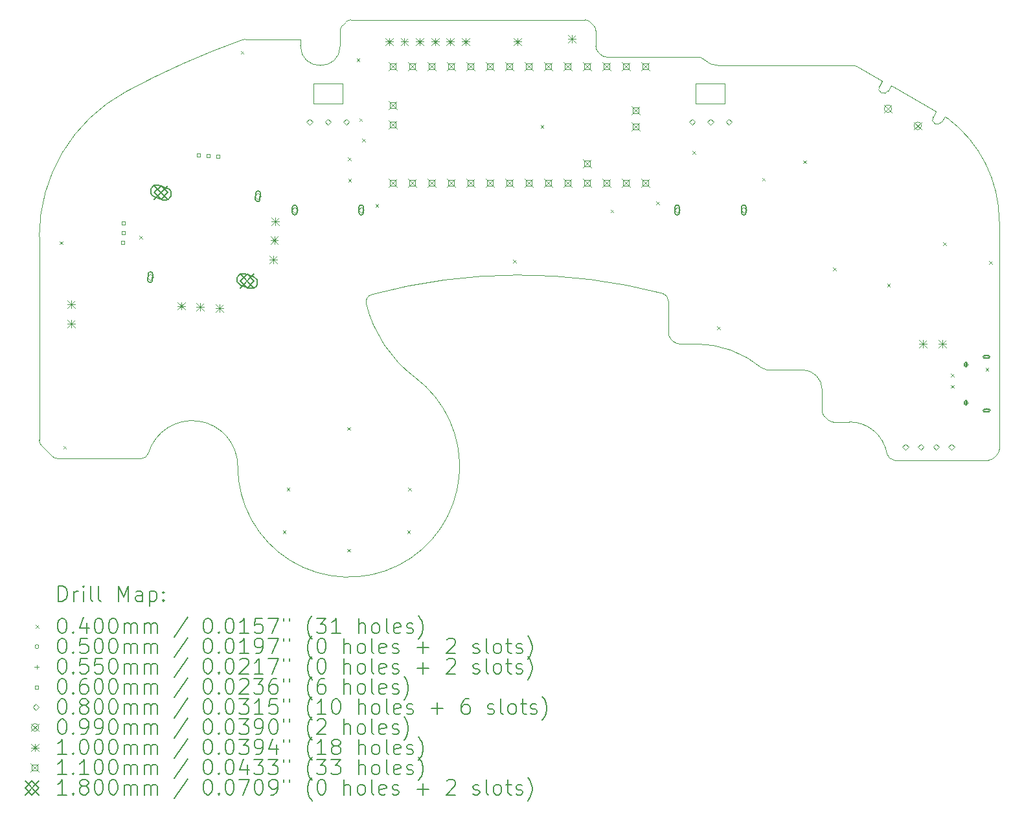
<source format=gbr>
%FSLAX45Y45*%
G04 Gerber Fmt 4.5, Leading zero omitted, Abs format (unit mm)*
G04 Created by KiCad (PCBNEW (6.0.1)) date 2022-02-21 08:37:18*
%MOMM*%
%LPD*%
G01*
G04 APERTURE LIST*
%TA.AperFunction,Profile*%
%ADD10C,0.050000*%
%TD*%
%TA.AperFunction,Profile*%
%ADD11C,0.100000*%
%TD*%
%ADD12C,0.200000*%
%ADD13C,0.040000*%
%ADD14C,0.050000*%
%ADD15C,0.055000*%
%ADD16C,0.060000*%
%ADD17C,0.080000*%
%ADD18C,0.099000*%
%ADD19C,0.100000*%
%ADD20C,0.110000*%
%ADD21C,0.180000*%
G04 APERTURE END LIST*
D10*
X8570000Y-6100000D02*
X8570000Y-5840000D01*
X13570000Y-6100000D02*
X13570000Y-5840000D01*
D11*
X16166099Y-10760711D02*
X17394289Y-10760711D01*
X16669789Y-6273213D02*
X16709667Y-6203861D01*
X5156421Y-10711421D02*
G75*
G03*
X5227132Y-10740711I70711J70711D01*
G01*
X15220711Y-9840711D02*
X15220711Y-10119289D01*
X15362132Y-10260711D02*
X15574491Y-10260711D01*
X16007473Y-5800099D02*
X15683857Y-5614020D01*
X16669789Y-6273213D02*
G75*
G03*
X16782487Y-6338014I56349J-32401D01*
G01*
D10*
X13570000Y-5840000D02*
X13950000Y-5840000D01*
D11*
X6116445Y-5944687D02*
G75*
G03*
X4985711Y-7840710I1024266J-1896023D01*
G01*
X17465000Y-10731421D02*
X17506421Y-10690000D01*
X16120171Y-5864900D02*
X16080293Y-5934253D01*
D10*
X8950000Y-6100000D02*
X8570000Y-6100000D01*
D11*
X13210711Y-8678130D02*
G75*
G03*
X13135962Y-8581370I-100000J0D01*
G01*
X9332099Y-8595508D02*
G75*
G03*
X9260886Y-8715648I25969J-96569D01*
G01*
X8400711Y-5340711D02*
G75*
G03*
X8920711Y-5340711I260000J0D01*
G01*
X8920711Y-5145096D02*
X8920711Y-5340711D01*
X8950000Y-5074386D02*
G75*
G03*
X8920711Y-5145096I70710J-70710D01*
G01*
X16860711Y-6290711D02*
X16822365Y-6268662D01*
X13281421Y-9211421D02*
G75*
G03*
X13352132Y-9240711I70711J70711D01*
G01*
X13135962Y-8581370D02*
G75*
G03*
X9332099Y-8595508I-1875251J-7185770D01*
G01*
X13673732Y-5521373D02*
G75*
G03*
X13860711Y-5600711I186979J180663D01*
G01*
X13240000Y-9170000D02*
X13281421Y-9211421D01*
X4985711Y-7840711D02*
X4985711Y-10499289D01*
X12260711Y-5145096D02*
G75*
G03*
X12231421Y-5074386I-99999J0D01*
G01*
X15250000Y-10190000D02*
X15291421Y-10231421D01*
X17535711Y-7640711D02*
G75*
G03*
X16860711Y-6290711I-1687500J0D01*
G01*
X7677994Y-5258012D02*
G75*
G03*
X7644355Y-5263840I0J-100002D01*
G01*
X8991421Y-5032964D02*
X8950000Y-5074386D01*
X14433600Y-9557442D02*
G75*
G03*
X13560711Y-9240711I-872889J-1044446D01*
G01*
X14433600Y-9557442D02*
G75*
G03*
X14497727Y-9580711I64128J76732D01*
G01*
X16822365Y-6268662D02*
X16782487Y-6338014D01*
D10*
X13950000Y-5840000D02*
X13950000Y-6100000D01*
D11*
X12260711Y-5349438D02*
X12260711Y-5145096D01*
X12331421Y-5461570D02*
G75*
G03*
X12402132Y-5490859I70710J70710D01*
G01*
X8400711Y-5258012D02*
X7677994Y-5258012D01*
X5227132Y-10740711D02*
X6317745Y-10740711D01*
X12231421Y-5074386D02*
X12190000Y-5032964D01*
X7580710Y-10840711D02*
G75*
G03*
X6413529Y-10669440I-596157J0D01*
G01*
D10*
X8570000Y-5840000D02*
X8950000Y-5840000D01*
D11*
X16067498Y-10677377D02*
G75*
G03*
X15574491Y-10260711I-493007J-83333D01*
G01*
X16709667Y-6203861D02*
X16120171Y-5864900D01*
X12260711Y-5349438D02*
G75*
G03*
X12290000Y-5420148I99999J0D01*
G01*
X13210711Y-8678130D02*
X13210711Y-9099289D01*
X7580710Y-10840711D02*
G75*
G03*
X9897154Y-9678052I1450000J0D01*
G01*
X9062132Y-5003675D02*
G75*
G03*
X8991421Y-5032964I0J-99999D01*
G01*
X8400711Y-5340711D02*
X8400711Y-5258012D01*
X15291421Y-10231421D02*
G75*
G03*
X15362132Y-10260711I70711J70711D01*
G01*
X13601817Y-5490859D02*
X12402132Y-5490859D01*
X7644355Y-5263839D02*
G75*
G03*
X6116444Y-5944687I3700355J-10358910D01*
G01*
X17535711Y-10619289D02*
X17535711Y-7640711D01*
X15220711Y-10119289D02*
G75*
G03*
X15250000Y-10190000I99999J0D01*
G01*
X16067498Y-10677377D02*
G75*
G03*
X16166099Y-10760711I98601J16667D01*
G01*
X12119289Y-5003675D02*
X9062132Y-5003675D01*
X15634010Y-5600711D02*
X13860711Y-5600711D01*
D10*
X8950000Y-5840000D02*
X8950000Y-6100000D01*
D11*
X5015000Y-10570000D02*
X5156421Y-10711421D01*
X15967595Y-5869452D02*
X16007473Y-5800099D01*
X15967595Y-5869452D02*
G75*
G03*
X16080293Y-5934253I56349J-32401D01*
G01*
D10*
X13950000Y-6100000D02*
X13570000Y-6100000D01*
D11*
X17394289Y-10760711D02*
G75*
G03*
X17465000Y-10731421I0J99999D01*
G01*
X17506421Y-10690000D02*
G75*
G03*
X17535711Y-10619289I-70711J70711D01*
G01*
X12190000Y-5032964D02*
G75*
G03*
X12119289Y-5003675I-70711J-70711D01*
G01*
X9260887Y-8715648D02*
G75*
G03*
X9897154Y-9678052I1652099J400714D01*
G01*
X15220711Y-9840711D02*
G75*
G03*
X14960711Y-9580711I-260000J0D01*
G01*
X13673732Y-5521373D02*
G75*
G03*
X13601817Y-5490859I-71915J-69485D01*
G01*
X15683857Y-5614020D02*
G75*
G03*
X15634010Y-5600711I-49847J-86689D01*
G01*
X12331421Y-5461570D02*
X12290000Y-5420148D01*
X6317745Y-10740711D02*
G75*
G03*
X6413529Y-10669440I0J100000D01*
G01*
X14497727Y-9580711D02*
X14960711Y-9580711D01*
X13210711Y-9099289D02*
G75*
G03*
X13240000Y-9170000I99999J0D01*
G01*
X4985711Y-10499289D02*
G75*
G03*
X5015000Y-10570000I99999J0D01*
G01*
X13352132Y-9240711D02*
X13560711Y-9240711D01*
D12*
D13*
X5255000Y-7900000D02*
X5295000Y-7940000D01*
X5295000Y-7900000D02*
X5255000Y-7940000D01*
X5300000Y-10575000D02*
X5340000Y-10615000D01*
X5340000Y-10575000D02*
X5300000Y-10615000D01*
X6295000Y-7825000D02*
X6335000Y-7865000D01*
X6335000Y-7825000D02*
X6295000Y-7865000D01*
X7620000Y-5410000D02*
X7660000Y-5450000D01*
X7660000Y-5410000D02*
X7620000Y-5450000D01*
X8170000Y-11680000D02*
X8210000Y-11720000D01*
X8210000Y-11680000D02*
X8170000Y-11720000D01*
X8220000Y-11120000D02*
X8260000Y-11160000D01*
X8260000Y-11120000D02*
X8220000Y-11160000D01*
X9010000Y-10330000D02*
X9050000Y-10370000D01*
X9050000Y-10330000D02*
X9010000Y-10370000D01*
X9010000Y-11920000D02*
X9050000Y-11960000D01*
X9050000Y-11920000D02*
X9010000Y-11960000D01*
X9020000Y-6805000D02*
X9060000Y-6845000D01*
X9060000Y-6805000D02*
X9020000Y-6845000D01*
X9025000Y-7080000D02*
X9065000Y-7120000D01*
X9065000Y-7080000D02*
X9025000Y-7120000D01*
X9135000Y-5510000D02*
X9175000Y-5550000D01*
X9175000Y-5510000D02*
X9135000Y-5550000D01*
X9170000Y-6290000D02*
X9210000Y-6330000D01*
X9210000Y-6290000D02*
X9170000Y-6330000D01*
X9210000Y-6560000D02*
X9250000Y-6600000D01*
X9250000Y-6560000D02*
X9210000Y-6600000D01*
X9380000Y-7410000D02*
X9420000Y-7450000D01*
X9420000Y-7410000D02*
X9380000Y-7450000D01*
X9795000Y-11680000D02*
X9835000Y-11720000D01*
X9835000Y-11680000D02*
X9795000Y-11720000D01*
X9810000Y-11120000D02*
X9850000Y-11160000D01*
X9850000Y-11120000D02*
X9810000Y-11160000D01*
X11180000Y-8140000D02*
X11220000Y-8180000D01*
X11220000Y-8140000D02*
X11180000Y-8180000D01*
X11540000Y-6380000D02*
X11580000Y-6420000D01*
X11580000Y-6380000D02*
X11540000Y-6420000D01*
X12455000Y-7485000D02*
X12495000Y-7525000D01*
X12495000Y-7485000D02*
X12455000Y-7525000D01*
X13050000Y-7380000D02*
X13090000Y-7420000D01*
X13090000Y-7380000D02*
X13050000Y-7420000D01*
X13525000Y-6720000D02*
X13565000Y-6760000D01*
X13565000Y-6720000D02*
X13525000Y-6760000D01*
X13845000Y-9015000D02*
X13885000Y-9055000D01*
X13885000Y-9015000D02*
X13845000Y-9055000D01*
X14435000Y-7070000D02*
X14475000Y-7110000D01*
X14475000Y-7070000D02*
X14435000Y-7110000D01*
X14970000Y-6840000D02*
X15010000Y-6880000D01*
X15010000Y-6840000D02*
X14970000Y-6880000D01*
X15365000Y-8245000D02*
X15405000Y-8285000D01*
X15405000Y-8245000D02*
X15365000Y-8285000D01*
X16070000Y-8455000D02*
X16110000Y-8495000D01*
X16110000Y-8455000D02*
X16070000Y-8495000D01*
X16800000Y-7910000D02*
X16840000Y-7950000D01*
X16840000Y-7910000D02*
X16800000Y-7950000D01*
X16905000Y-9630000D02*
X16945000Y-9670000D01*
X16945000Y-9630000D02*
X16905000Y-9670000D01*
X16905000Y-9780000D02*
X16945000Y-9820000D01*
X16945000Y-9780000D02*
X16905000Y-9820000D01*
X17355000Y-9555000D02*
X17395000Y-9595000D01*
X17395000Y-9555000D02*
X17355000Y-9595000D01*
X17400000Y-8155000D02*
X17440000Y-8195000D01*
X17440000Y-8155000D02*
X17400000Y-8195000D01*
D14*
X17395000Y-9410000D02*
G75*
G03*
X17395000Y-9410000I-25000J0D01*
G01*
D12*
X17402500Y-9395000D02*
X17337500Y-9395000D01*
X17402500Y-9425000D02*
X17337500Y-9425000D01*
X17337500Y-9395000D02*
G75*
G03*
X17337500Y-9425000I0J-15000D01*
G01*
X17402500Y-9425000D02*
G75*
G03*
X17402500Y-9395000I0J15000D01*
G01*
D14*
X17395000Y-10110000D02*
G75*
G03*
X17395000Y-10110000I-25000J0D01*
G01*
D12*
X17402500Y-10095000D02*
X17337500Y-10095000D01*
X17402500Y-10125000D02*
X17337500Y-10125000D01*
X17337500Y-10095000D02*
G75*
G03*
X17337500Y-10125000I0J-15000D01*
G01*
X17402500Y-10125000D02*
G75*
G03*
X17402500Y-10095000I0J15000D01*
G01*
D15*
X17100000Y-9482500D02*
X17100000Y-9537500D01*
X17072500Y-9510000D02*
X17127500Y-9510000D01*
D12*
X17082500Y-9495000D02*
X17082500Y-9525000D01*
X17117500Y-9495000D02*
X17117500Y-9525000D01*
X17082500Y-9525000D02*
G75*
G03*
X17117500Y-9525000I17500J0D01*
G01*
X17117500Y-9495000D02*
G75*
G03*
X17082500Y-9495000I-17500J0D01*
G01*
D15*
X17100000Y-9982500D02*
X17100000Y-10037500D01*
X17072500Y-10010000D02*
X17127500Y-10010000D01*
D12*
X17082500Y-9995000D02*
X17082500Y-10025000D01*
X17117500Y-9995000D02*
X17117500Y-10025000D01*
X17082500Y-10025000D02*
G75*
G03*
X17117500Y-10025000I17500J0D01*
G01*
X17117500Y-9995000D02*
G75*
G03*
X17082500Y-9995000I-17500J0D01*
G01*
D16*
X6096528Y-7932386D02*
X6096528Y-7889960D01*
X6054101Y-7889960D01*
X6054101Y-7932386D01*
X6096528Y-7932386D01*
X6103174Y-7805560D02*
X6103174Y-7763134D01*
X6060748Y-7763134D01*
X6060748Y-7805560D01*
X6103174Y-7805560D01*
X6109821Y-7678734D02*
X6109821Y-7636308D01*
X6067394Y-7636308D01*
X6067394Y-7678734D01*
X6109821Y-7678734D01*
X7090372Y-6795843D02*
X7090372Y-6753416D01*
X7047945Y-6753416D01*
X7047945Y-6795843D01*
X7090372Y-6795843D01*
X7217198Y-6802489D02*
X7217198Y-6760062D01*
X7174771Y-6760062D01*
X7174771Y-6802489D01*
X7217198Y-6802489D01*
X7344024Y-6809136D02*
X7344024Y-6766709D01*
X7301597Y-6766709D01*
X7301597Y-6809136D01*
X7344024Y-6809136D01*
D17*
X6436863Y-8408722D02*
X6476863Y-8368722D01*
X6436863Y-8328722D01*
X6396863Y-8368722D01*
X6436863Y-8408722D01*
D12*
X6408998Y-8327207D02*
X6404811Y-8407097D01*
X6468916Y-8330347D02*
X6464729Y-8410237D01*
X6404811Y-8407097D02*
G75*
G03*
X6464729Y-8410237I29959J-1570D01*
G01*
X6468916Y-8330347D02*
G75*
G03*
X6408998Y-8327207I-29959J1570D01*
G01*
D17*
X7844153Y-7350924D02*
X7884153Y-7310924D01*
X7844153Y-7270924D01*
X7804153Y-7310924D01*
X7844153Y-7350924D01*
D12*
X7816288Y-7269409D02*
X7812101Y-7349299D01*
X7876205Y-7272549D02*
X7872018Y-7352440D01*
X7812101Y-7349299D02*
G75*
G03*
X7872019Y-7352440I29959J-1570D01*
G01*
X7876205Y-7272549D02*
G75*
G03*
X7816288Y-7269409I-29959J1570D01*
G01*
D17*
X8325000Y-7530000D02*
X8365000Y-7490000D01*
X8325000Y-7450000D01*
X8285000Y-7490000D01*
X8325000Y-7530000D01*
D12*
X8355000Y-7525000D02*
X8355000Y-7455000D01*
X8295000Y-7525000D02*
X8295000Y-7455000D01*
X8355000Y-7455000D02*
G75*
G03*
X8295000Y-7455000I-30000J0D01*
G01*
X8295000Y-7525000D02*
G75*
G03*
X8355000Y-7525000I30000J0D01*
G01*
D17*
X8520000Y-6380000D02*
X8560000Y-6340000D01*
X8520000Y-6300000D01*
X8480000Y-6340000D01*
X8520000Y-6380000D01*
X8760000Y-6380000D02*
X8800000Y-6340000D01*
X8760000Y-6300000D01*
X8720000Y-6340000D01*
X8760000Y-6380000D01*
X9000000Y-6380000D02*
X9040000Y-6340000D01*
X9000000Y-6300000D01*
X8960000Y-6340000D01*
X9000000Y-6380000D01*
X9195000Y-7530000D02*
X9235000Y-7490000D01*
X9195000Y-7450000D01*
X9155000Y-7490000D01*
X9195000Y-7530000D01*
D12*
X9225000Y-7525000D02*
X9225000Y-7455000D01*
X9165000Y-7525000D02*
X9165000Y-7455000D01*
X9225000Y-7455000D02*
G75*
G03*
X9165000Y-7455000I-30000J0D01*
G01*
X9165000Y-7525000D02*
G75*
G03*
X9225000Y-7525000I30000J0D01*
G01*
D17*
X13325000Y-7530000D02*
X13365000Y-7490000D01*
X13325000Y-7450000D01*
X13285000Y-7490000D01*
X13325000Y-7530000D01*
D12*
X13355000Y-7525000D02*
X13355000Y-7455000D01*
X13295000Y-7525000D02*
X13295000Y-7455000D01*
X13355000Y-7455000D02*
G75*
G03*
X13295000Y-7455000I-30000J0D01*
G01*
X13295000Y-7525000D02*
G75*
G03*
X13355000Y-7525000I30000J0D01*
G01*
D17*
X13520000Y-6380000D02*
X13560000Y-6340000D01*
X13520000Y-6300000D01*
X13480000Y-6340000D01*
X13520000Y-6380000D01*
X13760000Y-6380000D02*
X13800000Y-6340000D01*
X13760000Y-6300000D01*
X13720000Y-6340000D01*
X13760000Y-6380000D01*
X14000000Y-6380000D02*
X14040000Y-6340000D01*
X14000000Y-6300000D01*
X13960000Y-6340000D01*
X14000000Y-6380000D01*
X14195000Y-7530000D02*
X14235000Y-7490000D01*
X14195000Y-7450000D01*
X14155000Y-7490000D01*
X14195000Y-7530000D01*
D12*
X14225000Y-7525000D02*
X14225000Y-7455000D01*
X14165000Y-7525000D02*
X14165000Y-7455000D01*
X14225000Y-7455000D02*
G75*
G03*
X14165000Y-7455000I-30000J0D01*
G01*
X14165000Y-7525000D02*
G75*
G03*
X14225000Y-7525000I30000J0D01*
G01*
D17*
X16310000Y-10630000D02*
X16350000Y-10590000D01*
X16310000Y-10550000D01*
X16270000Y-10590000D01*
X16310000Y-10630000D01*
X16510000Y-10630000D02*
X16550000Y-10590000D01*
X16510000Y-10550000D01*
X16470000Y-10590000D01*
X16510000Y-10630000D01*
X16710000Y-10630000D02*
X16750000Y-10590000D01*
X16710000Y-10550000D01*
X16670000Y-10590000D01*
X16710000Y-10630000D01*
X16910000Y-10630000D02*
X16950000Y-10590000D01*
X16910000Y-10550000D01*
X16870000Y-10590000D01*
X16910000Y-10630000D01*
D18*
X16030789Y-6115500D02*
X16129789Y-6214500D01*
X16129789Y-6115500D02*
X16030789Y-6214500D01*
X16129789Y-6165000D02*
G75*
G03*
X16129789Y-6165000I-49500J0D01*
G01*
X16420500Y-6340500D02*
X16519500Y-6439500D01*
X16519500Y-6340500D02*
X16420500Y-6439500D01*
X16519500Y-6390000D02*
G75*
G03*
X16519500Y-6390000I-49500J0D01*
G01*
D19*
X5355000Y-8676000D02*
X5455000Y-8776000D01*
X5455000Y-8676000D02*
X5355000Y-8776000D01*
X5405000Y-8676000D02*
X5405000Y-8776000D01*
X5355000Y-8726000D02*
X5455000Y-8726000D01*
X5355000Y-8930000D02*
X5455000Y-9030000D01*
X5455000Y-8930000D02*
X5355000Y-9030000D01*
X5405000Y-8930000D02*
X5405000Y-9030000D01*
X5355000Y-8980000D02*
X5455000Y-8980000D01*
X6792702Y-8695478D02*
X6892702Y-8795478D01*
X6892702Y-8695478D02*
X6792702Y-8795478D01*
X6842702Y-8695478D02*
X6842702Y-8795478D01*
X6792702Y-8745478D02*
X6892702Y-8745478D01*
X7042359Y-8708562D02*
X7142359Y-8808562D01*
X7142359Y-8708562D02*
X7042359Y-8808562D01*
X7092359Y-8708562D02*
X7092359Y-8808562D01*
X7042359Y-8758562D02*
X7142359Y-8758562D01*
X7292017Y-8721646D02*
X7392017Y-8821646D01*
X7392017Y-8721646D02*
X7292017Y-8821646D01*
X7342017Y-8721646D02*
X7342017Y-8821646D01*
X7292017Y-8771646D02*
X7392017Y-8771646D01*
X7996163Y-8087630D02*
X8096163Y-8187630D01*
X8096163Y-8087630D02*
X7996163Y-8187630D01*
X8046163Y-8087630D02*
X8046163Y-8187630D01*
X7996163Y-8137630D02*
X8096163Y-8137630D01*
X8009247Y-7837972D02*
X8109247Y-7937972D01*
X8109247Y-7837972D02*
X8009247Y-7937972D01*
X8059247Y-7837972D02*
X8059247Y-7937972D01*
X8009247Y-7887972D02*
X8109247Y-7887972D01*
X8022331Y-7588315D02*
X8122331Y-7688315D01*
X8122331Y-7588315D02*
X8022331Y-7688315D01*
X8072331Y-7588315D02*
X8072331Y-7688315D01*
X8022331Y-7638315D02*
X8122331Y-7638315D01*
X9510000Y-5240000D02*
X9610000Y-5340000D01*
X9610000Y-5240000D02*
X9510000Y-5340000D01*
X9560000Y-5240000D02*
X9560000Y-5340000D01*
X9510000Y-5290000D02*
X9610000Y-5290000D01*
X9710000Y-5240000D02*
X9810000Y-5340000D01*
X9810000Y-5240000D02*
X9710000Y-5340000D01*
X9760000Y-5240000D02*
X9760000Y-5340000D01*
X9710000Y-5290000D02*
X9810000Y-5290000D01*
X9910000Y-5240000D02*
X10010000Y-5340000D01*
X10010000Y-5240000D02*
X9910000Y-5340000D01*
X9960000Y-5240000D02*
X9960000Y-5340000D01*
X9910000Y-5290000D02*
X10010000Y-5290000D01*
X10110000Y-5240000D02*
X10210000Y-5340000D01*
X10210000Y-5240000D02*
X10110000Y-5340000D01*
X10160000Y-5240000D02*
X10160000Y-5340000D01*
X10110000Y-5290000D02*
X10210000Y-5290000D01*
X10310000Y-5240000D02*
X10410000Y-5340000D01*
X10410000Y-5240000D02*
X10310000Y-5340000D01*
X10360000Y-5240000D02*
X10360000Y-5340000D01*
X10310000Y-5290000D02*
X10410000Y-5290000D01*
X10510000Y-5240000D02*
X10610000Y-5340000D01*
X10610000Y-5240000D02*
X10510000Y-5340000D01*
X10560000Y-5240000D02*
X10560000Y-5340000D01*
X10510000Y-5290000D02*
X10610000Y-5290000D01*
X11190000Y-5240000D02*
X11290000Y-5340000D01*
X11290000Y-5240000D02*
X11190000Y-5340000D01*
X11240000Y-5240000D02*
X11240000Y-5340000D01*
X11190000Y-5290000D02*
X11290000Y-5290000D01*
X11900000Y-5200000D02*
X12000000Y-5300000D01*
X12000000Y-5200000D02*
X11900000Y-5300000D01*
X11950000Y-5200000D02*
X11950000Y-5300000D01*
X11900000Y-5250000D02*
X12000000Y-5250000D01*
X16490000Y-9190000D02*
X16590000Y-9290000D01*
X16590000Y-9190000D02*
X16490000Y-9290000D01*
X16540000Y-9190000D02*
X16540000Y-9290000D01*
X16490000Y-9240000D02*
X16590000Y-9240000D01*
X16744000Y-9190000D02*
X16844000Y-9290000D01*
X16844000Y-9190000D02*
X16744000Y-9290000D01*
X16794000Y-9190000D02*
X16794000Y-9290000D01*
X16744000Y-9240000D02*
X16844000Y-9240000D01*
D20*
X9555000Y-5560000D02*
X9665000Y-5670000D01*
X9665000Y-5560000D02*
X9555000Y-5670000D01*
X9648891Y-5653891D02*
X9648891Y-5576109D01*
X9571109Y-5576109D01*
X9571109Y-5653891D01*
X9648891Y-5653891D01*
X9555000Y-6068000D02*
X9665000Y-6178000D01*
X9665000Y-6068000D02*
X9555000Y-6178000D01*
X9648891Y-6161891D02*
X9648891Y-6084109D01*
X9571109Y-6084109D01*
X9571109Y-6161891D01*
X9648891Y-6161891D01*
X9555000Y-6322000D02*
X9665000Y-6432000D01*
X9665000Y-6322000D02*
X9555000Y-6432000D01*
X9648891Y-6415891D02*
X9648891Y-6338109D01*
X9571109Y-6338109D01*
X9571109Y-6415891D01*
X9648891Y-6415891D01*
X9555000Y-7084000D02*
X9665000Y-7194000D01*
X9665000Y-7084000D02*
X9555000Y-7194000D01*
X9648891Y-7177891D02*
X9648891Y-7100109D01*
X9571109Y-7100109D01*
X9571109Y-7177891D01*
X9648891Y-7177891D01*
X9809000Y-5560000D02*
X9919000Y-5670000D01*
X9919000Y-5560000D02*
X9809000Y-5670000D01*
X9902891Y-5653891D02*
X9902891Y-5576109D01*
X9825109Y-5576109D01*
X9825109Y-5653891D01*
X9902891Y-5653891D01*
X9809000Y-7084000D02*
X9919000Y-7194000D01*
X9919000Y-7084000D02*
X9809000Y-7194000D01*
X9902891Y-7177891D02*
X9902891Y-7100109D01*
X9825109Y-7100109D01*
X9825109Y-7177891D01*
X9902891Y-7177891D01*
X10063000Y-5560000D02*
X10173000Y-5670000D01*
X10173000Y-5560000D02*
X10063000Y-5670000D01*
X10156891Y-5653891D02*
X10156891Y-5576109D01*
X10079109Y-5576109D01*
X10079109Y-5653891D01*
X10156891Y-5653891D01*
X10063000Y-7084000D02*
X10173000Y-7194000D01*
X10173000Y-7084000D02*
X10063000Y-7194000D01*
X10156891Y-7177891D02*
X10156891Y-7100109D01*
X10079109Y-7100109D01*
X10079109Y-7177891D01*
X10156891Y-7177891D01*
X10317000Y-5560000D02*
X10427000Y-5670000D01*
X10427000Y-5560000D02*
X10317000Y-5670000D01*
X10410891Y-5653891D02*
X10410891Y-5576109D01*
X10333109Y-5576109D01*
X10333109Y-5653891D01*
X10410891Y-5653891D01*
X10317000Y-7084000D02*
X10427000Y-7194000D01*
X10427000Y-7084000D02*
X10317000Y-7194000D01*
X10410891Y-7177891D02*
X10410891Y-7100109D01*
X10333109Y-7100109D01*
X10333109Y-7177891D01*
X10410891Y-7177891D01*
X10571000Y-5560000D02*
X10681000Y-5670000D01*
X10681000Y-5560000D02*
X10571000Y-5670000D01*
X10664891Y-5653891D02*
X10664891Y-5576109D01*
X10587109Y-5576109D01*
X10587109Y-5653891D01*
X10664891Y-5653891D01*
X10571000Y-7084000D02*
X10681000Y-7194000D01*
X10681000Y-7084000D02*
X10571000Y-7194000D01*
X10664891Y-7177891D02*
X10664891Y-7100109D01*
X10587109Y-7100109D01*
X10587109Y-7177891D01*
X10664891Y-7177891D01*
X10825000Y-5560000D02*
X10935000Y-5670000D01*
X10935000Y-5560000D02*
X10825000Y-5670000D01*
X10918891Y-5653891D02*
X10918891Y-5576109D01*
X10841109Y-5576109D01*
X10841109Y-5653891D01*
X10918891Y-5653891D01*
X10825000Y-7084000D02*
X10935000Y-7194000D01*
X10935000Y-7084000D02*
X10825000Y-7194000D01*
X10918891Y-7177891D02*
X10918891Y-7100109D01*
X10841109Y-7100109D01*
X10841109Y-7177891D01*
X10918891Y-7177891D01*
X11079000Y-5560000D02*
X11189000Y-5670000D01*
X11189000Y-5560000D02*
X11079000Y-5670000D01*
X11172891Y-5653891D02*
X11172891Y-5576109D01*
X11095109Y-5576109D01*
X11095109Y-5653891D01*
X11172891Y-5653891D01*
X11079000Y-7084000D02*
X11189000Y-7194000D01*
X11189000Y-7084000D02*
X11079000Y-7194000D01*
X11172891Y-7177891D02*
X11172891Y-7100109D01*
X11095109Y-7100109D01*
X11095109Y-7177891D01*
X11172891Y-7177891D01*
X11333000Y-5560000D02*
X11443000Y-5670000D01*
X11443000Y-5560000D02*
X11333000Y-5670000D01*
X11426891Y-5653891D02*
X11426891Y-5576109D01*
X11349109Y-5576109D01*
X11349109Y-5653891D01*
X11426891Y-5653891D01*
X11333000Y-7084000D02*
X11443000Y-7194000D01*
X11443000Y-7084000D02*
X11333000Y-7194000D01*
X11426891Y-7177891D02*
X11426891Y-7100109D01*
X11349109Y-7100109D01*
X11349109Y-7177891D01*
X11426891Y-7177891D01*
X11587000Y-5560000D02*
X11697000Y-5670000D01*
X11697000Y-5560000D02*
X11587000Y-5670000D01*
X11680891Y-5653891D02*
X11680891Y-5576109D01*
X11603109Y-5576109D01*
X11603109Y-5653891D01*
X11680891Y-5653891D01*
X11587000Y-7084000D02*
X11697000Y-7194000D01*
X11697000Y-7084000D02*
X11587000Y-7194000D01*
X11680891Y-7177891D02*
X11680891Y-7100109D01*
X11603109Y-7100109D01*
X11603109Y-7177891D01*
X11680891Y-7177891D01*
X11841000Y-5560000D02*
X11951000Y-5670000D01*
X11951000Y-5560000D02*
X11841000Y-5670000D01*
X11934891Y-5653891D02*
X11934891Y-5576109D01*
X11857109Y-5576109D01*
X11857109Y-5653891D01*
X11934891Y-5653891D01*
X11841000Y-7084000D02*
X11951000Y-7194000D01*
X11951000Y-7084000D02*
X11841000Y-7194000D01*
X11934891Y-7177891D02*
X11934891Y-7100109D01*
X11857109Y-7100109D01*
X11857109Y-7177891D01*
X11934891Y-7177891D01*
X12095000Y-5560000D02*
X12205000Y-5670000D01*
X12205000Y-5560000D02*
X12095000Y-5670000D01*
X12188891Y-5653891D02*
X12188891Y-5576109D01*
X12111109Y-5576109D01*
X12111109Y-5653891D01*
X12188891Y-5653891D01*
X12095000Y-6830000D02*
X12205000Y-6940000D01*
X12205000Y-6830000D02*
X12095000Y-6940000D01*
X12188891Y-6923891D02*
X12188891Y-6846109D01*
X12111109Y-6846109D01*
X12111109Y-6923891D01*
X12188891Y-6923891D01*
X12095000Y-7084000D02*
X12205000Y-7194000D01*
X12205000Y-7084000D02*
X12095000Y-7194000D01*
X12188891Y-7177891D02*
X12188891Y-7100109D01*
X12111109Y-7100109D01*
X12111109Y-7177891D01*
X12188891Y-7177891D01*
X12349000Y-5560000D02*
X12459000Y-5670000D01*
X12459000Y-5560000D02*
X12349000Y-5670000D01*
X12442891Y-5653891D02*
X12442891Y-5576109D01*
X12365109Y-5576109D01*
X12365109Y-5653891D01*
X12442891Y-5653891D01*
X12349000Y-7084000D02*
X12459000Y-7194000D01*
X12459000Y-7084000D02*
X12349000Y-7194000D01*
X12442891Y-7177891D02*
X12442891Y-7100109D01*
X12365109Y-7100109D01*
X12365109Y-7177891D01*
X12442891Y-7177891D01*
X12603000Y-5560000D02*
X12713000Y-5670000D01*
X12713000Y-5560000D02*
X12603000Y-5670000D01*
X12696891Y-5653891D02*
X12696891Y-5576109D01*
X12619109Y-5576109D01*
X12619109Y-5653891D01*
X12696891Y-5653891D01*
X12603000Y-7084000D02*
X12713000Y-7194000D01*
X12713000Y-7084000D02*
X12603000Y-7194000D01*
X12696891Y-7177891D02*
X12696891Y-7100109D01*
X12619109Y-7100109D01*
X12619109Y-7177891D01*
X12696891Y-7177891D01*
X12730000Y-6132000D02*
X12840000Y-6242000D01*
X12840000Y-6132000D02*
X12730000Y-6242000D01*
X12823891Y-6225891D02*
X12823891Y-6148109D01*
X12746109Y-6148109D01*
X12746109Y-6225891D01*
X12823891Y-6225891D01*
X12730000Y-6345000D02*
X12840000Y-6455000D01*
X12840000Y-6345000D02*
X12730000Y-6455000D01*
X12823891Y-6438891D02*
X12823891Y-6361109D01*
X12746109Y-6361109D01*
X12746109Y-6438891D01*
X12823891Y-6438891D01*
X12857000Y-5560000D02*
X12967000Y-5670000D01*
X12967000Y-5560000D02*
X12857000Y-5670000D01*
X12950891Y-5653891D02*
X12950891Y-5576109D01*
X12873109Y-5576109D01*
X12873109Y-5653891D01*
X12950891Y-5653891D01*
X12857000Y-7084000D02*
X12967000Y-7194000D01*
X12967000Y-7084000D02*
X12857000Y-7194000D01*
X12950891Y-7177891D02*
X12950891Y-7100109D01*
X12873109Y-7100109D01*
X12873109Y-7177891D01*
X12950891Y-7177891D01*
D21*
X6487001Y-7171539D02*
X6667001Y-7351539D01*
X6667001Y-7171539D02*
X6487001Y-7351539D01*
X6577001Y-7351539D02*
X6667001Y-7261539D01*
X6577001Y-7171539D01*
X6487001Y-7261539D01*
X6577001Y-7351539D01*
D12*
X6494618Y-7318223D02*
X6608350Y-7356498D01*
X6545652Y-7166580D02*
X6659384Y-7204855D01*
X6608350Y-7356498D02*
G75*
G03*
X6659384Y-7204855I25517J75822D01*
G01*
X6545652Y-7166580D02*
G75*
G03*
X6494618Y-7318223I-25517J-75822D01*
G01*
D21*
X7614015Y-8328107D02*
X7794015Y-8508107D01*
X7794015Y-8328107D02*
X7614015Y-8508107D01*
X7704015Y-8508107D02*
X7794015Y-8418107D01*
X7704015Y-8328107D01*
X7614015Y-8418107D01*
X7704015Y-8508107D01*
D12*
X7621633Y-8474791D02*
X7735365Y-8513066D01*
X7672666Y-8323148D02*
X7786398Y-8361423D01*
X7735365Y-8513067D02*
G75*
G03*
X7786398Y-8361423I25517J75822D01*
G01*
X7672666Y-8323148D02*
G75*
G03*
X7621633Y-8474791I-25517J-75822D01*
G01*
X5238330Y-12606187D02*
X5238330Y-12406187D01*
X5285949Y-12406187D01*
X5314520Y-12415711D01*
X5333568Y-12434758D01*
X5343091Y-12453806D01*
X5352615Y-12491901D01*
X5352615Y-12520473D01*
X5343091Y-12558568D01*
X5333568Y-12577615D01*
X5314520Y-12596663D01*
X5285949Y-12606187D01*
X5238330Y-12606187D01*
X5438330Y-12606187D02*
X5438330Y-12472854D01*
X5438330Y-12510949D02*
X5447853Y-12491901D01*
X5457377Y-12482377D01*
X5476425Y-12472854D01*
X5495472Y-12472854D01*
X5562139Y-12606187D02*
X5562139Y-12472854D01*
X5562139Y-12406187D02*
X5552615Y-12415711D01*
X5562139Y-12425235D01*
X5571663Y-12415711D01*
X5562139Y-12406187D01*
X5562139Y-12425235D01*
X5685948Y-12606187D02*
X5666901Y-12596663D01*
X5657377Y-12577615D01*
X5657377Y-12406187D01*
X5790710Y-12606187D02*
X5771663Y-12596663D01*
X5762139Y-12577615D01*
X5762139Y-12406187D01*
X6019282Y-12606187D02*
X6019282Y-12406187D01*
X6085948Y-12549044D01*
X6152615Y-12406187D01*
X6152615Y-12606187D01*
X6333568Y-12606187D02*
X6333568Y-12501425D01*
X6324044Y-12482377D01*
X6304996Y-12472854D01*
X6266901Y-12472854D01*
X6247853Y-12482377D01*
X6333568Y-12596663D02*
X6314520Y-12606187D01*
X6266901Y-12606187D01*
X6247853Y-12596663D01*
X6238329Y-12577615D01*
X6238329Y-12558568D01*
X6247853Y-12539520D01*
X6266901Y-12529996D01*
X6314520Y-12529996D01*
X6333568Y-12520473D01*
X6428806Y-12472854D02*
X6428806Y-12672854D01*
X6428806Y-12482377D02*
X6447853Y-12472854D01*
X6485948Y-12472854D01*
X6504996Y-12482377D01*
X6514520Y-12491901D01*
X6524044Y-12510949D01*
X6524044Y-12568092D01*
X6514520Y-12587139D01*
X6504996Y-12596663D01*
X6485948Y-12606187D01*
X6447853Y-12606187D01*
X6428806Y-12596663D01*
X6609758Y-12587139D02*
X6619282Y-12596663D01*
X6609758Y-12606187D01*
X6600234Y-12596663D01*
X6609758Y-12587139D01*
X6609758Y-12606187D01*
X6609758Y-12482377D02*
X6619282Y-12491901D01*
X6609758Y-12501425D01*
X6600234Y-12491901D01*
X6609758Y-12482377D01*
X6609758Y-12501425D01*
D13*
X4940711Y-12915711D02*
X4980711Y-12955711D01*
X4980711Y-12915711D02*
X4940711Y-12955711D01*
D12*
X5276425Y-12826187D02*
X5295472Y-12826187D01*
X5314520Y-12835711D01*
X5324044Y-12845235D01*
X5333568Y-12864282D01*
X5343091Y-12902377D01*
X5343091Y-12949996D01*
X5333568Y-12988092D01*
X5324044Y-13007139D01*
X5314520Y-13016663D01*
X5295472Y-13026187D01*
X5276425Y-13026187D01*
X5257377Y-13016663D01*
X5247853Y-13007139D01*
X5238330Y-12988092D01*
X5228806Y-12949996D01*
X5228806Y-12902377D01*
X5238330Y-12864282D01*
X5247853Y-12845235D01*
X5257377Y-12835711D01*
X5276425Y-12826187D01*
X5428806Y-13007139D02*
X5438330Y-13016663D01*
X5428806Y-13026187D01*
X5419282Y-13016663D01*
X5428806Y-13007139D01*
X5428806Y-13026187D01*
X5609758Y-12892854D02*
X5609758Y-13026187D01*
X5562139Y-12816663D02*
X5514520Y-12959520D01*
X5638329Y-12959520D01*
X5752615Y-12826187D02*
X5771663Y-12826187D01*
X5790710Y-12835711D01*
X5800234Y-12845235D01*
X5809758Y-12864282D01*
X5819282Y-12902377D01*
X5819282Y-12949996D01*
X5809758Y-12988092D01*
X5800234Y-13007139D01*
X5790710Y-13016663D01*
X5771663Y-13026187D01*
X5752615Y-13026187D01*
X5733568Y-13016663D01*
X5724044Y-13007139D01*
X5714520Y-12988092D01*
X5704996Y-12949996D01*
X5704996Y-12902377D01*
X5714520Y-12864282D01*
X5724044Y-12845235D01*
X5733568Y-12835711D01*
X5752615Y-12826187D01*
X5943091Y-12826187D02*
X5962139Y-12826187D01*
X5981187Y-12835711D01*
X5990710Y-12845235D01*
X6000234Y-12864282D01*
X6009758Y-12902377D01*
X6009758Y-12949996D01*
X6000234Y-12988092D01*
X5990710Y-13007139D01*
X5981187Y-13016663D01*
X5962139Y-13026187D01*
X5943091Y-13026187D01*
X5924044Y-13016663D01*
X5914520Y-13007139D01*
X5904996Y-12988092D01*
X5895472Y-12949996D01*
X5895472Y-12902377D01*
X5904996Y-12864282D01*
X5914520Y-12845235D01*
X5924044Y-12835711D01*
X5943091Y-12826187D01*
X6095472Y-13026187D02*
X6095472Y-12892854D01*
X6095472Y-12911901D02*
X6104996Y-12902377D01*
X6124044Y-12892854D01*
X6152615Y-12892854D01*
X6171663Y-12902377D01*
X6181187Y-12921425D01*
X6181187Y-13026187D01*
X6181187Y-12921425D02*
X6190710Y-12902377D01*
X6209758Y-12892854D01*
X6238329Y-12892854D01*
X6257377Y-12902377D01*
X6266901Y-12921425D01*
X6266901Y-13026187D01*
X6362139Y-13026187D02*
X6362139Y-12892854D01*
X6362139Y-12911901D02*
X6371663Y-12902377D01*
X6390710Y-12892854D01*
X6419282Y-12892854D01*
X6438329Y-12902377D01*
X6447853Y-12921425D01*
X6447853Y-13026187D01*
X6447853Y-12921425D02*
X6457377Y-12902377D01*
X6476425Y-12892854D01*
X6504996Y-12892854D01*
X6524044Y-12902377D01*
X6533568Y-12921425D01*
X6533568Y-13026187D01*
X6924044Y-12816663D02*
X6752615Y-13073806D01*
X7181187Y-12826187D02*
X7200234Y-12826187D01*
X7219282Y-12835711D01*
X7228806Y-12845235D01*
X7238329Y-12864282D01*
X7247853Y-12902377D01*
X7247853Y-12949996D01*
X7238329Y-12988092D01*
X7228806Y-13007139D01*
X7219282Y-13016663D01*
X7200234Y-13026187D01*
X7181187Y-13026187D01*
X7162139Y-13016663D01*
X7152615Y-13007139D01*
X7143091Y-12988092D01*
X7133568Y-12949996D01*
X7133568Y-12902377D01*
X7143091Y-12864282D01*
X7152615Y-12845235D01*
X7162139Y-12835711D01*
X7181187Y-12826187D01*
X7333568Y-13007139D02*
X7343091Y-13016663D01*
X7333568Y-13026187D01*
X7324044Y-13016663D01*
X7333568Y-13007139D01*
X7333568Y-13026187D01*
X7466901Y-12826187D02*
X7485948Y-12826187D01*
X7504996Y-12835711D01*
X7514520Y-12845235D01*
X7524044Y-12864282D01*
X7533568Y-12902377D01*
X7533568Y-12949996D01*
X7524044Y-12988092D01*
X7514520Y-13007139D01*
X7504996Y-13016663D01*
X7485948Y-13026187D01*
X7466901Y-13026187D01*
X7447853Y-13016663D01*
X7438329Y-13007139D01*
X7428806Y-12988092D01*
X7419282Y-12949996D01*
X7419282Y-12902377D01*
X7428806Y-12864282D01*
X7438329Y-12845235D01*
X7447853Y-12835711D01*
X7466901Y-12826187D01*
X7724044Y-13026187D02*
X7609758Y-13026187D01*
X7666901Y-13026187D02*
X7666901Y-12826187D01*
X7647853Y-12854758D01*
X7628806Y-12873806D01*
X7609758Y-12883330D01*
X7904996Y-12826187D02*
X7809758Y-12826187D01*
X7800234Y-12921425D01*
X7809758Y-12911901D01*
X7828806Y-12902377D01*
X7876425Y-12902377D01*
X7895472Y-12911901D01*
X7904996Y-12921425D01*
X7914520Y-12940473D01*
X7914520Y-12988092D01*
X7904996Y-13007139D01*
X7895472Y-13016663D01*
X7876425Y-13026187D01*
X7828806Y-13026187D01*
X7809758Y-13016663D01*
X7800234Y-13007139D01*
X7981187Y-12826187D02*
X8114520Y-12826187D01*
X8028806Y-13026187D01*
X8181187Y-12826187D02*
X8181187Y-12864282D01*
X8257377Y-12826187D02*
X8257377Y-12864282D01*
X8552615Y-13102377D02*
X8543091Y-13092854D01*
X8524044Y-13064282D01*
X8514520Y-13045235D01*
X8504996Y-13016663D01*
X8495472Y-12969044D01*
X8495472Y-12930949D01*
X8504996Y-12883330D01*
X8514520Y-12854758D01*
X8524044Y-12835711D01*
X8543091Y-12807139D01*
X8552615Y-12797615D01*
X8609758Y-12826187D02*
X8733568Y-12826187D01*
X8666901Y-12902377D01*
X8695472Y-12902377D01*
X8714520Y-12911901D01*
X8724044Y-12921425D01*
X8733568Y-12940473D01*
X8733568Y-12988092D01*
X8724044Y-13007139D01*
X8714520Y-13016663D01*
X8695472Y-13026187D01*
X8638330Y-13026187D01*
X8619282Y-13016663D01*
X8609758Y-13007139D01*
X8924044Y-13026187D02*
X8809758Y-13026187D01*
X8866901Y-13026187D02*
X8866901Y-12826187D01*
X8847853Y-12854758D01*
X8828806Y-12873806D01*
X8809758Y-12883330D01*
X9162139Y-13026187D02*
X9162139Y-12826187D01*
X9247853Y-13026187D02*
X9247853Y-12921425D01*
X9238330Y-12902377D01*
X9219282Y-12892854D01*
X9190710Y-12892854D01*
X9171663Y-12902377D01*
X9162139Y-12911901D01*
X9371663Y-13026187D02*
X9352615Y-13016663D01*
X9343091Y-13007139D01*
X9333568Y-12988092D01*
X9333568Y-12930949D01*
X9343091Y-12911901D01*
X9352615Y-12902377D01*
X9371663Y-12892854D01*
X9400234Y-12892854D01*
X9419282Y-12902377D01*
X9428806Y-12911901D01*
X9438330Y-12930949D01*
X9438330Y-12988092D01*
X9428806Y-13007139D01*
X9419282Y-13016663D01*
X9400234Y-13026187D01*
X9371663Y-13026187D01*
X9552615Y-13026187D02*
X9533568Y-13016663D01*
X9524044Y-12997615D01*
X9524044Y-12826187D01*
X9704996Y-13016663D02*
X9685949Y-13026187D01*
X9647853Y-13026187D01*
X9628806Y-13016663D01*
X9619282Y-12997615D01*
X9619282Y-12921425D01*
X9628806Y-12902377D01*
X9647853Y-12892854D01*
X9685949Y-12892854D01*
X9704996Y-12902377D01*
X9714520Y-12921425D01*
X9714520Y-12940473D01*
X9619282Y-12959520D01*
X9790710Y-13016663D02*
X9809758Y-13026187D01*
X9847853Y-13026187D01*
X9866901Y-13016663D01*
X9876425Y-12997615D01*
X9876425Y-12988092D01*
X9866901Y-12969044D01*
X9847853Y-12959520D01*
X9819282Y-12959520D01*
X9800234Y-12949996D01*
X9790710Y-12930949D01*
X9790710Y-12921425D01*
X9800234Y-12902377D01*
X9819282Y-12892854D01*
X9847853Y-12892854D01*
X9866901Y-12902377D01*
X9943091Y-13102377D02*
X9952615Y-13092854D01*
X9971663Y-13064282D01*
X9981187Y-13045235D01*
X9990710Y-13016663D01*
X10000234Y-12969044D01*
X10000234Y-12930949D01*
X9990710Y-12883330D01*
X9981187Y-12854758D01*
X9971663Y-12835711D01*
X9952615Y-12807139D01*
X9943091Y-12797615D01*
D14*
X4980711Y-13199711D02*
G75*
G03*
X4980711Y-13199711I-25000J0D01*
G01*
D12*
X5276425Y-13090187D02*
X5295472Y-13090187D01*
X5314520Y-13099711D01*
X5324044Y-13109235D01*
X5333568Y-13128282D01*
X5343091Y-13166377D01*
X5343091Y-13213996D01*
X5333568Y-13252092D01*
X5324044Y-13271139D01*
X5314520Y-13280663D01*
X5295472Y-13290187D01*
X5276425Y-13290187D01*
X5257377Y-13280663D01*
X5247853Y-13271139D01*
X5238330Y-13252092D01*
X5228806Y-13213996D01*
X5228806Y-13166377D01*
X5238330Y-13128282D01*
X5247853Y-13109235D01*
X5257377Y-13099711D01*
X5276425Y-13090187D01*
X5428806Y-13271139D02*
X5438330Y-13280663D01*
X5428806Y-13290187D01*
X5419282Y-13280663D01*
X5428806Y-13271139D01*
X5428806Y-13290187D01*
X5619282Y-13090187D02*
X5524044Y-13090187D01*
X5514520Y-13185425D01*
X5524044Y-13175901D01*
X5543091Y-13166377D01*
X5590711Y-13166377D01*
X5609758Y-13175901D01*
X5619282Y-13185425D01*
X5628806Y-13204473D01*
X5628806Y-13252092D01*
X5619282Y-13271139D01*
X5609758Y-13280663D01*
X5590711Y-13290187D01*
X5543091Y-13290187D01*
X5524044Y-13280663D01*
X5514520Y-13271139D01*
X5752615Y-13090187D02*
X5771663Y-13090187D01*
X5790710Y-13099711D01*
X5800234Y-13109235D01*
X5809758Y-13128282D01*
X5819282Y-13166377D01*
X5819282Y-13213996D01*
X5809758Y-13252092D01*
X5800234Y-13271139D01*
X5790710Y-13280663D01*
X5771663Y-13290187D01*
X5752615Y-13290187D01*
X5733568Y-13280663D01*
X5724044Y-13271139D01*
X5714520Y-13252092D01*
X5704996Y-13213996D01*
X5704996Y-13166377D01*
X5714520Y-13128282D01*
X5724044Y-13109235D01*
X5733568Y-13099711D01*
X5752615Y-13090187D01*
X5943091Y-13090187D02*
X5962139Y-13090187D01*
X5981187Y-13099711D01*
X5990710Y-13109235D01*
X6000234Y-13128282D01*
X6009758Y-13166377D01*
X6009758Y-13213996D01*
X6000234Y-13252092D01*
X5990710Y-13271139D01*
X5981187Y-13280663D01*
X5962139Y-13290187D01*
X5943091Y-13290187D01*
X5924044Y-13280663D01*
X5914520Y-13271139D01*
X5904996Y-13252092D01*
X5895472Y-13213996D01*
X5895472Y-13166377D01*
X5904996Y-13128282D01*
X5914520Y-13109235D01*
X5924044Y-13099711D01*
X5943091Y-13090187D01*
X6095472Y-13290187D02*
X6095472Y-13156854D01*
X6095472Y-13175901D02*
X6104996Y-13166377D01*
X6124044Y-13156854D01*
X6152615Y-13156854D01*
X6171663Y-13166377D01*
X6181187Y-13185425D01*
X6181187Y-13290187D01*
X6181187Y-13185425D02*
X6190710Y-13166377D01*
X6209758Y-13156854D01*
X6238329Y-13156854D01*
X6257377Y-13166377D01*
X6266901Y-13185425D01*
X6266901Y-13290187D01*
X6362139Y-13290187D02*
X6362139Y-13156854D01*
X6362139Y-13175901D02*
X6371663Y-13166377D01*
X6390710Y-13156854D01*
X6419282Y-13156854D01*
X6438329Y-13166377D01*
X6447853Y-13185425D01*
X6447853Y-13290187D01*
X6447853Y-13185425D02*
X6457377Y-13166377D01*
X6476425Y-13156854D01*
X6504996Y-13156854D01*
X6524044Y-13166377D01*
X6533568Y-13185425D01*
X6533568Y-13290187D01*
X6924044Y-13080663D02*
X6752615Y-13337806D01*
X7181187Y-13090187D02*
X7200234Y-13090187D01*
X7219282Y-13099711D01*
X7228806Y-13109235D01*
X7238329Y-13128282D01*
X7247853Y-13166377D01*
X7247853Y-13213996D01*
X7238329Y-13252092D01*
X7228806Y-13271139D01*
X7219282Y-13280663D01*
X7200234Y-13290187D01*
X7181187Y-13290187D01*
X7162139Y-13280663D01*
X7152615Y-13271139D01*
X7143091Y-13252092D01*
X7133568Y-13213996D01*
X7133568Y-13166377D01*
X7143091Y-13128282D01*
X7152615Y-13109235D01*
X7162139Y-13099711D01*
X7181187Y-13090187D01*
X7333568Y-13271139D02*
X7343091Y-13280663D01*
X7333568Y-13290187D01*
X7324044Y-13280663D01*
X7333568Y-13271139D01*
X7333568Y-13290187D01*
X7466901Y-13090187D02*
X7485948Y-13090187D01*
X7504996Y-13099711D01*
X7514520Y-13109235D01*
X7524044Y-13128282D01*
X7533568Y-13166377D01*
X7533568Y-13213996D01*
X7524044Y-13252092D01*
X7514520Y-13271139D01*
X7504996Y-13280663D01*
X7485948Y-13290187D01*
X7466901Y-13290187D01*
X7447853Y-13280663D01*
X7438329Y-13271139D01*
X7428806Y-13252092D01*
X7419282Y-13213996D01*
X7419282Y-13166377D01*
X7428806Y-13128282D01*
X7438329Y-13109235D01*
X7447853Y-13099711D01*
X7466901Y-13090187D01*
X7724044Y-13290187D02*
X7609758Y-13290187D01*
X7666901Y-13290187D02*
X7666901Y-13090187D01*
X7647853Y-13118758D01*
X7628806Y-13137806D01*
X7609758Y-13147330D01*
X7819282Y-13290187D02*
X7857377Y-13290187D01*
X7876425Y-13280663D01*
X7885948Y-13271139D01*
X7904996Y-13242568D01*
X7914520Y-13204473D01*
X7914520Y-13128282D01*
X7904996Y-13109235D01*
X7895472Y-13099711D01*
X7876425Y-13090187D01*
X7838329Y-13090187D01*
X7819282Y-13099711D01*
X7809758Y-13109235D01*
X7800234Y-13128282D01*
X7800234Y-13175901D01*
X7809758Y-13194949D01*
X7819282Y-13204473D01*
X7838329Y-13213996D01*
X7876425Y-13213996D01*
X7895472Y-13204473D01*
X7904996Y-13194949D01*
X7914520Y-13175901D01*
X7981187Y-13090187D02*
X8114520Y-13090187D01*
X8028806Y-13290187D01*
X8181187Y-13090187D02*
X8181187Y-13128282D01*
X8257377Y-13090187D02*
X8257377Y-13128282D01*
X8552615Y-13366377D02*
X8543091Y-13356854D01*
X8524044Y-13328282D01*
X8514520Y-13309235D01*
X8504996Y-13280663D01*
X8495472Y-13233044D01*
X8495472Y-13194949D01*
X8504996Y-13147330D01*
X8514520Y-13118758D01*
X8524044Y-13099711D01*
X8543091Y-13071139D01*
X8552615Y-13061615D01*
X8666901Y-13090187D02*
X8685949Y-13090187D01*
X8704996Y-13099711D01*
X8714520Y-13109235D01*
X8724044Y-13128282D01*
X8733568Y-13166377D01*
X8733568Y-13213996D01*
X8724044Y-13252092D01*
X8714520Y-13271139D01*
X8704996Y-13280663D01*
X8685949Y-13290187D01*
X8666901Y-13290187D01*
X8647853Y-13280663D01*
X8638330Y-13271139D01*
X8628806Y-13252092D01*
X8619282Y-13213996D01*
X8619282Y-13166377D01*
X8628806Y-13128282D01*
X8638330Y-13109235D01*
X8647853Y-13099711D01*
X8666901Y-13090187D01*
X8971663Y-13290187D02*
X8971663Y-13090187D01*
X9057377Y-13290187D02*
X9057377Y-13185425D01*
X9047853Y-13166377D01*
X9028806Y-13156854D01*
X9000234Y-13156854D01*
X8981187Y-13166377D01*
X8971663Y-13175901D01*
X9181187Y-13290187D02*
X9162139Y-13280663D01*
X9152615Y-13271139D01*
X9143091Y-13252092D01*
X9143091Y-13194949D01*
X9152615Y-13175901D01*
X9162139Y-13166377D01*
X9181187Y-13156854D01*
X9209758Y-13156854D01*
X9228806Y-13166377D01*
X9238330Y-13175901D01*
X9247853Y-13194949D01*
X9247853Y-13252092D01*
X9238330Y-13271139D01*
X9228806Y-13280663D01*
X9209758Y-13290187D01*
X9181187Y-13290187D01*
X9362139Y-13290187D02*
X9343091Y-13280663D01*
X9333568Y-13261615D01*
X9333568Y-13090187D01*
X9514520Y-13280663D02*
X9495472Y-13290187D01*
X9457377Y-13290187D01*
X9438330Y-13280663D01*
X9428806Y-13261615D01*
X9428806Y-13185425D01*
X9438330Y-13166377D01*
X9457377Y-13156854D01*
X9495472Y-13156854D01*
X9514520Y-13166377D01*
X9524044Y-13185425D01*
X9524044Y-13204473D01*
X9428806Y-13223520D01*
X9600234Y-13280663D02*
X9619282Y-13290187D01*
X9657377Y-13290187D01*
X9676425Y-13280663D01*
X9685949Y-13261615D01*
X9685949Y-13252092D01*
X9676425Y-13233044D01*
X9657377Y-13223520D01*
X9628806Y-13223520D01*
X9609758Y-13213996D01*
X9600234Y-13194949D01*
X9600234Y-13185425D01*
X9609758Y-13166377D01*
X9628806Y-13156854D01*
X9657377Y-13156854D01*
X9676425Y-13166377D01*
X9924044Y-13213996D02*
X10076425Y-13213996D01*
X10000234Y-13290187D02*
X10000234Y-13137806D01*
X10314520Y-13109235D02*
X10324044Y-13099711D01*
X10343091Y-13090187D01*
X10390710Y-13090187D01*
X10409758Y-13099711D01*
X10419282Y-13109235D01*
X10428806Y-13128282D01*
X10428806Y-13147330D01*
X10419282Y-13175901D01*
X10304996Y-13290187D01*
X10428806Y-13290187D01*
X10657377Y-13280663D02*
X10676425Y-13290187D01*
X10714520Y-13290187D01*
X10733568Y-13280663D01*
X10743091Y-13261615D01*
X10743091Y-13252092D01*
X10733568Y-13233044D01*
X10714520Y-13223520D01*
X10685949Y-13223520D01*
X10666901Y-13213996D01*
X10657377Y-13194949D01*
X10657377Y-13185425D01*
X10666901Y-13166377D01*
X10685949Y-13156854D01*
X10714520Y-13156854D01*
X10733568Y-13166377D01*
X10857377Y-13290187D02*
X10838330Y-13280663D01*
X10828806Y-13261615D01*
X10828806Y-13090187D01*
X10962139Y-13290187D02*
X10943091Y-13280663D01*
X10933568Y-13271139D01*
X10924044Y-13252092D01*
X10924044Y-13194949D01*
X10933568Y-13175901D01*
X10943091Y-13166377D01*
X10962139Y-13156854D01*
X10990710Y-13156854D01*
X11009758Y-13166377D01*
X11019282Y-13175901D01*
X11028806Y-13194949D01*
X11028806Y-13252092D01*
X11019282Y-13271139D01*
X11009758Y-13280663D01*
X10990710Y-13290187D01*
X10962139Y-13290187D01*
X11085949Y-13156854D02*
X11162139Y-13156854D01*
X11114520Y-13090187D02*
X11114520Y-13261615D01*
X11124044Y-13280663D01*
X11143091Y-13290187D01*
X11162139Y-13290187D01*
X11219282Y-13280663D02*
X11238329Y-13290187D01*
X11276425Y-13290187D01*
X11295472Y-13280663D01*
X11304996Y-13261615D01*
X11304996Y-13252092D01*
X11295472Y-13233044D01*
X11276425Y-13223520D01*
X11247853Y-13223520D01*
X11228806Y-13213996D01*
X11219282Y-13194949D01*
X11219282Y-13185425D01*
X11228806Y-13166377D01*
X11247853Y-13156854D01*
X11276425Y-13156854D01*
X11295472Y-13166377D01*
X11371663Y-13366377D02*
X11381187Y-13356854D01*
X11400234Y-13328282D01*
X11409758Y-13309235D01*
X11419282Y-13280663D01*
X11428806Y-13233044D01*
X11428806Y-13194949D01*
X11419282Y-13147330D01*
X11409758Y-13118758D01*
X11400234Y-13099711D01*
X11381187Y-13071139D01*
X11371663Y-13061615D01*
D15*
X4953211Y-13436211D02*
X4953211Y-13491211D01*
X4925711Y-13463711D02*
X4980711Y-13463711D01*
D12*
X5276425Y-13354187D02*
X5295472Y-13354187D01*
X5314520Y-13363711D01*
X5324044Y-13373235D01*
X5333568Y-13392282D01*
X5343091Y-13430377D01*
X5343091Y-13477996D01*
X5333568Y-13516092D01*
X5324044Y-13535139D01*
X5314520Y-13544663D01*
X5295472Y-13554187D01*
X5276425Y-13554187D01*
X5257377Y-13544663D01*
X5247853Y-13535139D01*
X5238330Y-13516092D01*
X5228806Y-13477996D01*
X5228806Y-13430377D01*
X5238330Y-13392282D01*
X5247853Y-13373235D01*
X5257377Y-13363711D01*
X5276425Y-13354187D01*
X5428806Y-13535139D02*
X5438330Y-13544663D01*
X5428806Y-13554187D01*
X5419282Y-13544663D01*
X5428806Y-13535139D01*
X5428806Y-13554187D01*
X5619282Y-13354187D02*
X5524044Y-13354187D01*
X5514520Y-13449425D01*
X5524044Y-13439901D01*
X5543091Y-13430377D01*
X5590711Y-13430377D01*
X5609758Y-13439901D01*
X5619282Y-13449425D01*
X5628806Y-13468473D01*
X5628806Y-13516092D01*
X5619282Y-13535139D01*
X5609758Y-13544663D01*
X5590711Y-13554187D01*
X5543091Y-13554187D01*
X5524044Y-13544663D01*
X5514520Y-13535139D01*
X5809758Y-13354187D02*
X5714520Y-13354187D01*
X5704996Y-13449425D01*
X5714520Y-13439901D01*
X5733568Y-13430377D01*
X5781187Y-13430377D01*
X5800234Y-13439901D01*
X5809758Y-13449425D01*
X5819282Y-13468473D01*
X5819282Y-13516092D01*
X5809758Y-13535139D01*
X5800234Y-13544663D01*
X5781187Y-13554187D01*
X5733568Y-13554187D01*
X5714520Y-13544663D01*
X5704996Y-13535139D01*
X5943091Y-13354187D02*
X5962139Y-13354187D01*
X5981187Y-13363711D01*
X5990710Y-13373235D01*
X6000234Y-13392282D01*
X6009758Y-13430377D01*
X6009758Y-13477996D01*
X6000234Y-13516092D01*
X5990710Y-13535139D01*
X5981187Y-13544663D01*
X5962139Y-13554187D01*
X5943091Y-13554187D01*
X5924044Y-13544663D01*
X5914520Y-13535139D01*
X5904996Y-13516092D01*
X5895472Y-13477996D01*
X5895472Y-13430377D01*
X5904996Y-13392282D01*
X5914520Y-13373235D01*
X5924044Y-13363711D01*
X5943091Y-13354187D01*
X6095472Y-13554187D02*
X6095472Y-13420854D01*
X6095472Y-13439901D02*
X6104996Y-13430377D01*
X6124044Y-13420854D01*
X6152615Y-13420854D01*
X6171663Y-13430377D01*
X6181187Y-13449425D01*
X6181187Y-13554187D01*
X6181187Y-13449425D02*
X6190710Y-13430377D01*
X6209758Y-13420854D01*
X6238329Y-13420854D01*
X6257377Y-13430377D01*
X6266901Y-13449425D01*
X6266901Y-13554187D01*
X6362139Y-13554187D02*
X6362139Y-13420854D01*
X6362139Y-13439901D02*
X6371663Y-13430377D01*
X6390710Y-13420854D01*
X6419282Y-13420854D01*
X6438329Y-13430377D01*
X6447853Y-13449425D01*
X6447853Y-13554187D01*
X6447853Y-13449425D02*
X6457377Y-13430377D01*
X6476425Y-13420854D01*
X6504996Y-13420854D01*
X6524044Y-13430377D01*
X6533568Y-13449425D01*
X6533568Y-13554187D01*
X6924044Y-13344663D02*
X6752615Y-13601806D01*
X7181187Y-13354187D02*
X7200234Y-13354187D01*
X7219282Y-13363711D01*
X7228806Y-13373235D01*
X7238329Y-13392282D01*
X7247853Y-13430377D01*
X7247853Y-13477996D01*
X7238329Y-13516092D01*
X7228806Y-13535139D01*
X7219282Y-13544663D01*
X7200234Y-13554187D01*
X7181187Y-13554187D01*
X7162139Y-13544663D01*
X7152615Y-13535139D01*
X7143091Y-13516092D01*
X7133568Y-13477996D01*
X7133568Y-13430377D01*
X7143091Y-13392282D01*
X7152615Y-13373235D01*
X7162139Y-13363711D01*
X7181187Y-13354187D01*
X7333568Y-13535139D02*
X7343091Y-13544663D01*
X7333568Y-13554187D01*
X7324044Y-13544663D01*
X7333568Y-13535139D01*
X7333568Y-13554187D01*
X7466901Y-13354187D02*
X7485948Y-13354187D01*
X7504996Y-13363711D01*
X7514520Y-13373235D01*
X7524044Y-13392282D01*
X7533568Y-13430377D01*
X7533568Y-13477996D01*
X7524044Y-13516092D01*
X7514520Y-13535139D01*
X7504996Y-13544663D01*
X7485948Y-13554187D01*
X7466901Y-13554187D01*
X7447853Y-13544663D01*
X7438329Y-13535139D01*
X7428806Y-13516092D01*
X7419282Y-13477996D01*
X7419282Y-13430377D01*
X7428806Y-13392282D01*
X7438329Y-13373235D01*
X7447853Y-13363711D01*
X7466901Y-13354187D01*
X7609758Y-13373235D02*
X7619282Y-13363711D01*
X7638329Y-13354187D01*
X7685948Y-13354187D01*
X7704996Y-13363711D01*
X7714520Y-13373235D01*
X7724044Y-13392282D01*
X7724044Y-13411330D01*
X7714520Y-13439901D01*
X7600234Y-13554187D01*
X7724044Y-13554187D01*
X7914520Y-13554187D02*
X7800234Y-13554187D01*
X7857377Y-13554187D02*
X7857377Y-13354187D01*
X7838329Y-13382758D01*
X7819282Y-13401806D01*
X7800234Y-13411330D01*
X7981187Y-13354187D02*
X8114520Y-13354187D01*
X8028806Y-13554187D01*
X8181187Y-13354187D02*
X8181187Y-13392282D01*
X8257377Y-13354187D02*
X8257377Y-13392282D01*
X8552615Y-13630377D02*
X8543091Y-13620854D01*
X8524044Y-13592282D01*
X8514520Y-13573235D01*
X8504996Y-13544663D01*
X8495472Y-13497044D01*
X8495472Y-13458949D01*
X8504996Y-13411330D01*
X8514520Y-13382758D01*
X8524044Y-13363711D01*
X8543091Y-13335139D01*
X8552615Y-13325615D01*
X8666901Y-13354187D02*
X8685949Y-13354187D01*
X8704996Y-13363711D01*
X8714520Y-13373235D01*
X8724044Y-13392282D01*
X8733568Y-13430377D01*
X8733568Y-13477996D01*
X8724044Y-13516092D01*
X8714520Y-13535139D01*
X8704996Y-13544663D01*
X8685949Y-13554187D01*
X8666901Y-13554187D01*
X8647853Y-13544663D01*
X8638330Y-13535139D01*
X8628806Y-13516092D01*
X8619282Y-13477996D01*
X8619282Y-13430377D01*
X8628806Y-13392282D01*
X8638330Y-13373235D01*
X8647853Y-13363711D01*
X8666901Y-13354187D01*
X8971663Y-13554187D02*
X8971663Y-13354187D01*
X9057377Y-13554187D02*
X9057377Y-13449425D01*
X9047853Y-13430377D01*
X9028806Y-13420854D01*
X9000234Y-13420854D01*
X8981187Y-13430377D01*
X8971663Y-13439901D01*
X9181187Y-13554187D02*
X9162139Y-13544663D01*
X9152615Y-13535139D01*
X9143091Y-13516092D01*
X9143091Y-13458949D01*
X9152615Y-13439901D01*
X9162139Y-13430377D01*
X9181187Y-13420854D01*
X9209758Y-13420854D01*
X9228806Y-13430377D01*
X9238330Y-13439901D01*
X9247853Y-13458949D01*
X9247853Y-13516092D01*
X9238330Y-13535139D01*
X9228806Y-13544663D01*
X9209758Y-13554187D01*
X9181187Y-13554187D01*
X9362139Y-13554187D02*
X9343091Y-13544663D01*
X9333568Y-13525615D01*
X9333568Y-13354187D01*
X9514520Y-13544663D02*
X9495472Y-13554187D01*
X9457377Y-13554187D01*
X9438330Y-13544663D01*
X9428806Y-13525615D01*
X9428806Y-13449425D01*
X9438330Y-13430377D01*
X9457377Y-13420854D01*
X9495472Y-13420854D01*
X9514520Y-13430377D01*
X9524044Y-13449425D01*
X9524044Y-13468473D01*
X9428806Y-13487520D01*
X9600234Y-13544663D02*
X9619282Y-13554187D01*
X9657377Y-13554187D01*
X9676425Y-13544663D01*
X9685949Y-13525615D01*
X9685949Y-13516092D01*
X9676425Y-13497044D01*
X9657377Y-13487520D01*
X9628806Y-13487520D01*
X9609758Y-13477996D01*
X9600234Y-13458949D01*
X9600234Y-13449425D01*
X9609758Y-13430377D01*
X9628806Y-13420854D01*
X9657377Y-13420854D01*
X9676425Y-13430377D01*
X9924044Y-13477996D02*
X10076425Y-13477996D01*
X10000234Y-13554187D02*
X10000234Y-13401806D01*
X10314520Y-13373235D02*
X10324044Y-13363711D01*
X10343091Y-13354187D01*
X10390710Y-13354187D01*
X10409758Y-13363711D01*
X10419282Y-13373235D01*
X10428806Y-13392282D01*
X10428806Y-13411330D01*
X10419282Y-13439901D01*
X10304996Y-13554187D01*
X10428806Y-13554187D01*
X10657377Y-13544663D02*
X10676425Y-13554187D01*
X10714520Y-13554187D01*
X10733568Y-13544663D01*
X10743091Y-13525615D01*
X10743091Y-13516092D01*
X10733568Y-13497044D01*
X10714520Y-13487520D01*
X10685949Y-13487520D01*
X10666901Y-13477996D01*
X10657377Y-13458949D01*
X10657377Y-13449425D01*
X10666901Y-13430377D01*
X10685949Y-13420854D01*
X10714520Y-13420854D01*
X10733568Y-13430377D01*
X10857377Y-13554187D02*
X10838330Y-13544663D01*
X10828806Y-13525615D01*
X10828806Y-13354187D01*
X10962139Y-13554187D02*
X10943091Y-13544663D01*
X10933568Y-13535139D01*
X10924044Y-13516092D01*
X10924044Y-13458949D01*
X10933568Y-13439901D01*
X10943091Y-13430377D01*
X10962139Y-13420854D01*
X10990710Y-13420854D01*
X11009758Y-13430377D01*
X11019282Y-13439901D01*
X11028806Y-13458949D01*
X11028806Y-13516092D01*
X11019282Y-13535139D01*
X11009758Y-13544663D01*
X10990710Y-13554187D01*
X10962139Y-13554187D01*
X11085949Y-13420854D02*
X11162139Y-13420854D01*
X11114520Y-13354187D02*
X11114520Y-13525615D01*
X11124044Y-13544663D01*
X11143091Y-13554187D01*
X11162139Y-13554187D01*
X11219282Y-13544663D02*
X11238329Y-13554187D01*
X11276425Y-13554187D01*
X11295472Y-13544663D01*
X11304996Y-13525615D01*
X11304996Y-13516092D01*
X11295472Y-13497044D01*
X11276425Y-13487520D01*
X11247853Y-13487520D01*
X11228806Y-13477996D01*
X11219282Y-13458949D01*
X11219282Y-13449425D01*
X11228806Y-13430377D01*
X11247853Y-13420854D01*
X11276425Y-13420854D01*
X11295472Y-13430377D01*
X11371663Y-13630377D02*
X11381187Y-13620854D01*
X11400234Y-13592282D01*
X11409758Y-13573235D01*
X11419282Y-13544663D01*
X11428806Y-13497044D01*
X11428806Y-13458949D01*
X11419282Y-13411330D01*
X11409758Y-13382758D01*
X11400234Y-13363711D01*
X11381187Y-13335139D01*
X11371663Y-13325615D01*
D16*
X4971924Y-13748924D02*
X4971924Y-13706497D01*
X4929497Y-13706497D01*
X4929497Y-13748924D01*
X4971924Y-13748924D01*
D12*
X5276425Y-13618187D02*
X5295472Y-13618187D01*
X5314520Y-13627711D01*
X5324044Y-13637235D01*
X5333568Y-13656282D01*
X5343091Y-13694377D01*
X5343091Y-13741996D01*
X5333568Y-13780092D01*
X5324044Y-13799139D01*
X5314520Y-13808663D01*
X5295472Y-13818187D01*
X5276425Y-13818187D01*
X5257377Y-13808663D01*
X5247853Y-13799139D01*
X5238330Y-13780092D01*
X5228806Y-13741996D01*
X5228806Y-13694377D01*
X5238330Y-13656282D01*
X5247853Y-13637235D01*
X5257377Y-13627711D01*
X5276425Y-13618187D01*
X5428806Y-13799139D02*
X5438330Y-13808663D01*
X5428806Y-13818187D01*
X5419282Y-13808663D01*
X5428806Y-13799139D01*
X5428806Y-13818187D01*
X5609758Y-13618187D02*
X5571663Y-13618187D01*
X5552615Y-13627711D01*
X5543091Y-13637235D01*
X5524044Y-13665806D01*
X5514520Y-13703901D01*
X5514520Y-13780092D01*
X5524044Y-13799139D01*
X5533568Y-13808663D01*
X5552615Y-13818187D01*
X5590711Y-13818187D01*
X5609758Y-13808663D01*
X5619282Y-13799139D01*
X5628806Y-13780092D01*
X5628806Y-13732473D01*
X5619282Y-13713425D01*
X5609758Y-13703901D01*
X5590711Y-13694377D01*
X5552615Y-13694377D01*
X5533568Y-13703901D01*
X5524044Y-13713425D01*
X5514520Y-13732473D01*
X5752615Y-13618187D02*
X5771663Y-13618187D01*
X5790710Y-13627711D01*
X5800234Y-13637235D01*
X5809758Y-13656282D01*
X5819282Y-13694377D01*
X5819282Y-13741996D01*
X5809758Y-13780092D01*
X5800234Y-13799139D01*
X5790710Y-13808663D01*
X5771663Y-13818187D01*
X5752615Y-13818187D01*
X5733568Y-13808663D01*
X5724044Y-13799139D01*
X5714520Y-13780092D01*
X5704996Y-13741996D01*
X5704996Y-13694377D01*
X5714520Y-13656282D01*
X5724044Y-13637235D01*
X5733568Y-13627711D01*
X5752615Y-13618187D01*
X5943091Y-13618187D02*
X5962139Y-13618187D01*
X5981187Y-13627711D01*
X5990710Y-13637235D01*
X6000234Y-13656282D01*
X6009758Y-13694377D01*
X6009758Y-13741996D01*
X6000234Y-13780092D01*
X5990710Y-13799139D01*
X5981187Y-13808663D01*
X5962139Y-13818187D01*
X5943091Y-13818187D01*
X5924044Y-13808663D01*
X5914520Y-13799139D01*
X5904996Y-13780092D01*
X5895472Y-13741996D01*
X5895472Y-13694377D01*
X5904996Y-13656282D01*
X5914520Y-13637235D01*
X5924044Y-13627711D01*
X5943091Y-13618187D01*
X6095472Y-13818187D02*
X6095472Y-13684854D01*
X6095472Y-13703901D02*
X6104996Y-13694377D01*
X6124044Y-13684854D01*
X6152615Y-13684854D01*
X6171663Y-13694377D01*
X6181187Y-13713425D01*
X6181187Y-13818187D01*
X6181187Y-13713425D02*
X6190710Y-13694377D01*
X6209758Y-13684854D01*
X6238329Y-13684854D01*
X6257377Y-13694377D01*
X6266901Y-13713425D01*
X6266901Y-13818187D01*
X6362139Y-13818187D02*
X6362139Y-13684854D01*
X6362139Y-13703901D02*
X6371663Y-13694377D01*
X6390710Y-13684854D01*
X6419282Y-13684854D01*
X6438329Y-13694377D01*
X6447853Y-13713425D01*
X6447853Y-13818187D01*
X6447853Y-13713425D02*
X6457377Y-13694377D01*
X6476425Y-13684854D01*
X6504996Y-13684854D01*
X6524044Y-13694377D01*
X6533568Y-13713425D01*
X6533568Y-13818187D01*
X6924044Y-13608663D02*
X6752615Y-13865806D01*
X7181187Y-13618187D02*
X7200234Y-13618187D01*
X7219282Y-13627711D01*
X7228806Y-13637235D01*
X7238329Y-13656282D01*
X7247853Y-13694377D01*
X7247853Y-13741996D01*
X7238329Y-13780092D01*
X7228806Y-13799139D01*
X7219282Y-13808663D01*
X7200234Y-13818187D01*
X7181187Y-13818187D01*
X7162139Y-13808663D01*
X7152615Y-13799139D01*
X7143091Y-13780092D01*
X7133568Y-13741996D01*
X7133568Y-13694377D01*
X7143091Y-13656282D01*
X7152615Y-13637235D01*
X7162139Y-13627711D01*
X7181187Y-13618187D01*
X7333568Y-13799139D02*
X7343091Y-13808663D01*
X7333568Y-13818187D01*
X7324044Y-13808663D01*
X7333568Y-13799139D01*
X7333568Y-13818187D01*
X7466901Y-13618187D02*
X7485948Y-13618187D01*
X7504996Y-13627711D01*
X7514520Y-13637235D01*
X7524044Y-13656282D01*
X7533568Y-13694377D01*
X7533568Y-13741996D01*
X7524044Y-13780092D01*
X7514520Y-13799139D01*
X7504996Y-13808663D01*
X7485948Y-13818187D01*
X7466901Y-13818187D01*
X7447853Y-13808663D01*
X7438329Y-13799139D01*
X7428806Y-13780092D01*
X7419282Y-13741996D01*
X7419282Y-13694377D01*
X7428806Y-13656282D01*
X7438329Y-13637235D01*
X7447853Y-13627711D01*
X7466901Y-13618187D01*
X7609758Y-13637235D02*
X7619282Y-13627711D01*
X7638329Y-13618187D01*
X7685948Y-13618187D01*
X7704996Y-13627711D01*
X7714520Y-13637235D01*
X7724044Y-13656282D01*
X7724044Y-13675330D01*
X7714520Y-13703901D01*
X7600234Y-13818187D01*
X7724044Y-13818187D01*
X7790710Y-13618187D02*
X7914520Y-13618187D01*
X7847853Y-13694377D01*
X7876425Y-13694377D01*
X7895472Y-13703901D01*
X7904996Y-13713425D01*
X7914520Y-13732473D01*
X7914520Y-13780092D01*
X7904996Y-13799139D01*
X7895472Y-13808663D01*
X7876425Y-13818187D01*
X7819282Y-13818187D01*
X7800234Y-13808663D01*
X7790710Y-13799139D01*
X8085948Y-13618187D02*
X8047853Y-13618187D01*
X8028806Y-13627711D01*
X8019282Y-13637235D01*
X8000234Y-13665806D01*
X7990710Y-13703901D01*
X7990710Y-13780092D01*
X8000234Y-13799139D01*
X8009758Y-13808663D01*
X8028806Y-13818187D01*
X8066901Y-13818187D01*
X8085948Y-13808663D01*
X8095472Y-13799139D01*
X8104996Y-13780092D01*
X8104996Y-13732473D01*
X8095472Y-13713425D01*
X8085948Y-13703901D01*
X8066901Y-13694377D01*
X8028806Y-13694377D01*
X8009758Y-13703901D01*
X8000234Y-13713425D01*
X7990710Y-13732473D01*
X8181187Y-13618187D02*
X8181187Y-13656282D01*
X8257377Y-13618187D02*
X8257377Y-13656282D01*
X8552615Y-13894377D02*
X8543091Y-13884854D01*
X8524044Y-13856282D01*
X8514520Y-13837235D01*
X8504996Y-13808663D01*
X8495472Y-13761044D01*
X8495472Y-13722949D01*
X8504996Y-13675330D01*
X8514520Y-13646758D01*
X8524044Y-13627711D01*
X8543091Y-13599139D01*
X8552615Y-13589615D01*
X8714520Y-13618187D02*
X8676425Y-13618187D01*
X8657377Y-13627711D01*
X8647853Y-13637235D01*
X8628806Y-13665806D01*
X8619282Y-13703901D01*
X8619282Y-13780092D01*
X8628806Y-13799139D01*
X8638330Y-13808663D01*
X8657377Y-13818187D01*
X8695472Y-13818187D01*
X8714520Y-13808663D01*
X8724044Y-13799139D01*
X8733568Y-13780092D01*
X8733568Y-13732473D01*
X8724044Y-13713425D01*
X8714520Y-13703901D01*
X8695472Y-13694377D01*
X8657377Y-13694377D01*
X8638330Y-13703901D01*
X8628806Y-13713425D01*
X8619282Y-13732473D01*
X8971663Y-13818187D02*
X8971663Y-13618187D01*
X9057377Y-13818187D02*
X9057377Y-13713425D01*
X9047853Y-13694377D01*
X9028806Y-13684854D01*
X9000234Y-13684854D01*
X8981187Y-13694377D01*
X8971663Y-13703901D01*
X9181187Y-13818187D02*
X9162139Y-13808663D01*
X9152615Y-13799139D01*
X9143091Y-13780092D01*
X9143091Y-13722949D01*
X9152615Y-13703901D01*
X9162139Y-13694377D01*
X9181187Y-13684854D01*
X9209758Y-13684854D01*
X9228806Y-13694377D01*
X9238330Y-13703901D01*
X9247853Y-13722949D01*
X9247853Y-13780092D01*
X9238330Y-13799139D01*
X9228806Y-13808663D01*
X9209758Y-13818187D01*
X9181187Y-13818187D01*
X9362139Y-13818187D02*
X9343091Y-13808663D01*
X9333568Y-13789615D01*
X9333568Y-13618187D01*
X9514520Y-13808663D02*
X9495472Y-13818187D01*
X9457377Y-13818187D01*
X9438330Y-13808663D01*
X9428806Y-13789615D01*
X9428806Y-13713425D01*
X9438330Y-13694377D01*
X9457377Y-13684854D01*
X9495472Y-13684854D01*
X9514520Y-13694377D01*
X9524044Y-13713425D01*
X9524044Y-13732473D01*
X9428806Y-13751520D01*
X9600234Y-13808663D02*
X9619282Y-13818187D01*
X9657377Y-13818187D01*
X9676425Y-13808663D01*
X9685949Y-13789615D01*
X9685949Y-13780092D01*
X9676425Y-13761044D01*
X9657377Y-13751520D01*
X9628806Y-13751520D01*
X9609758Y-13741996D01*
X9600234Y-13722949D01*
X9600234Y-13713425D01*
X9609758Y-13694377D01*
X9628806Y-13684854D01*
X9657377Y-13684854D01*
X9676425Y-13694377D01*
X9752615Y-13894377D02*
X9762139Y-13884854D01*
X9781187Y-13856282D01*
X9790710Y-13837235D01*
X9800234Y-13808663D01*
X9809758Y-13761044D01*
X9809758Y-13722949D01*
X9800234Y-13675330D01*
X9790710Y-13646758D01*
X9781187Y-13627711D01*
X9762139Y-13599139D01*
X9752615Y-13589615D01*
D17*
X4940711Y-14031711D02*
X4980711Y-13991711D01*
X4940711Y-13951711D01*
X4900711Y-13991711D01*
X4940711Y-14031711D01*
D12*
X5276425Y-13882187D02*
X5295472Y-13882187D01*
X5314520Y-13891711D01*
X5324044Y-13901235D01*
X5333568Y-13920282D01*
X5343091Y-13958377D01*
X5343091Y-14005996D01*
X5333568Y-14044092D01*
X5324044Y-14063139D01*
X5314520Y-14072663D01*
X5295472Y-14082187D01*
X5276425Y-14082187D01*
X5257377Y-14072663D01*
X5247853Y-14063139D01*
X5238330Y-14044092D01*
X5228806Y-14005996D01*
X5228806Y-13958377D01*
X5238330Y-13920282D01*
X5247853Y-13901235D01*
X5257377Y-13891711D01*
X5276425Y-13882187D01*
X5428806Y-14063139D02*
X5438330Y-14072663D01*
X5428806Y-14082187D01*
X5419282Y-14072663D01*
X5428806Y-14063139D01*
X5428806Y-14082187D01*
X5552615Y-13967901D02*
X5533568Y-13958377D01*
X5524044Y-13948854D01*
X5514520Y-13929806D01*
X5514520Y-13920282D01*
X5524044Y-13901235D01*
X5533568Y-13891711D01*
X5552615Y-13882187D01*
X5590711Y-13882187D01*
X5609758Y-13891711D01*
X5619282Y-13901235D01*
X5628806Y-13920282D01*
X5628806Y-13929806D01*
X5619282Y-13948854D01*
X5609758Y-13958377D01*
X5590711Y-13967901D01*
X5552615Y-13967901D01*
X5533568Y-13977425D01*
X5524044Y-13986949D01*
X5514520Y-14005996D01*
X5514520Y-14044092D01*
X5524044Y-14063139D01*
X5533568Y-14072663D01*
X5552615Y-14082187D01*
X5590711Y-14082187D01*
X5609758Y-14072663D01*
X5619282Y-14063139D01*
X5628806Y-14044092D01*
X5628806Y-14005996D01*
X5619282Y-13986949D01*
X5609758Y-13977425D01*
X5590711Y-13967901D01*
X5752615Y-13882187D02*
X5771663Y-13882187D01*
X5790710Y-13891711D01*
X5800234Y-13901235D01*
X5809758Y-13920282D01*
X5819282Y-13958377D01*
X5819282Y-14005996D01*
X5809758Y-14044092D01*
X5800234Y-14063139D01*
X5790710Y-14072663D01*
X5771663Y-14082187D01*
X5752615Y-14082187D01*
X5733568Y-14072663D01*
X5724044Y-14063139D01*
X5714520Y-14044092D01*
X5704996Y-14005996D01*
X5704996Y-13958377D01*
X5714520Y-13920282D01*
X5724044Y-13901235D01*
X5733568Y-13891711D01*
X5752615Y-13882187D01*
X5943091Y-13882187D02*
X5962139Y-13882187D01*
X5981187Y-13891711D01*
X5990710Y-13901235D01*
X6000234Y-13920282D01*
X6009758Y-13958377D01*
X6009758Y-14005996D01*
X6000234Y-14044092D01*
X5990710Y-14063139D01*
X5981187Y-14072663D01*
X5962139Y-14082187D01*
X5943091Y-14082187D01*
X5924044Y-14072663D01*
X5914520Y-14063139D01*
X5904996Y-14044092D01*
X5895472Y-14005996D01*
X5895472Y-13958377D01*
X5904996Y-13920282D01*
X5914520Y-13901235D01*
X5924044Y-13891711D01*
X5943091Y-13882187D01*
X6095472Y-14082187D02*
X6095472Y-13948854D01*
X6095472Y-13967901D02*
X6104996Y-13958377D01*
X6124044Y-13948854D01*
X6152615Y-13948854D01*
X6171663Y-13958377D01*
X6181187Y-13977425D01*
X6181187Y-14082187D01*
X6181187Y-13977425D02*
X6190710Y-13958377D01*
X6209758Y-13948854D01*
X6238329Y-13948854D01*
X6257377Y-13958377D01*
X6266901Y-13977425D01*
X6266901Y-14082187D01*
X6362139Y-14082187D02*
X6362139Y-13948854D01*
X6362139Y-13967901D02*
X6371663Y-13958377D01*
X6390710Y-13948854D01*
X6419282Y-13948854D01*
X6438329Y-13958377D01*
X6447853Y-13977425D01*
X6447853Y-14082187D01*
X6447853Y-13977425D02*
X6457377Y-13958377D01*
X6476425Y-13948854D01*
X6504996Y-13948854D01*
X6524044Y-13958377D01*
X6533568Y-13977425D01*
X6533568Y-14082187D01*
X6924044Y-13872663D02*
X6752615Y-14129806D01*
X7181187Y-13882187D02*
X7200234Y-13882187D01*
X7219282Y-13891711D01*
X7228806Y-13901235D01*
X7238329Y-13920282D01*
X7247853Y-13958377D01*
X7247853Y-14005996D01*
X7238329Y-14044092D01*
X7228806Y-14063139D01*
X7219282Y-14072663D01*
X7200234Y-14082187D01*
X7181187Y-14082187D01*
X7162139Y-14072663D01*
X7152615Y-14063139D01*
X7143091Y-14044092D01*
X7133568Y-14005996D01*
X7133568Y-13958377D01*
X7143091Y-13920282D01*
X7152615Y-13901235D01*
X7162139Y-13891711D01*
X7181187Y-13882187D01*
X7333568Y-14063139D02*
X7343091Y-14072663D01*
X7333568Y-14082187D01*
X7324044Y-14072663D01*
X7333568Y-14063139D01*
X7333568Y-14082187D01*
X7466901Y-13882187D02*
X7485948Y-13882187D01*
X7504996Y-13891711D01*
X7514520Y-13901235D01*
X7524044Y-13920282D01*
X7533568Y-13958377D01*
X7533568Y-14005996D01*
X7524044Y-14044092D01*
X7514520Y-14063139D01*
X7504996Y-14072663D01*
X7485948Y-14082187D01*
X7466901Y-14082187D01*
X7447853Y-14072663D01*
X7438329Y-14063139D01*
X7428806Y-14044092D01*
X7419282Y-14005996D01*
X7419282Y-13958377D01*
X7428806Y-13920282D01*
X7438329Y-13901235D01*
X7447853Y-13891711D01*
X7466901Y-13882187D01*
X7600234Y-13882187D02*
X7724044Y-13882187D01*
X7657377Y-13958377D01*
X7685948Y-13958377D01*
X7704996Y-13967901D01*
X7714520Y-13977425D01*
X7724044Y-13996473D01*
X7724044Y-14044092D01*
X7714520Y-14063139D01*
X7704996Y-14072663D01*
X7685948Y-14082187D01*
X7628806Y-14082187D01*
X7609758Y-14072663D01*
X7600234Y-14063139D01*
X7914520Y-14082187D02*
X7800234Y-14082187D01*
X7857377Y-14082187D02*
X7857377Y-13882187D01*
X7838329Y-13910758D01*
X7819282Y-13929806D01*
X7800234Y-13939330D01*
X8095472Y-13882187D02*
X8000234Y-13882187D01*
X7990710Y-13977425D01*
X8000234Y-13967901D01*
X8019282Y-13958377D01*
X8066901Y-13958377D01*
X8085948Y-13967901D01*
X8095472Y-13977425D01*
X8104996Y-13996473D01*
X8104996Y-14044092D01*
X8095472Y-14063139D01*
X8085948Y-14072663D01*
X8066901Y-14082187D01*
X8019282Y-14082187D01*
X8000234Y-14072663D01*
X7990710Y-14063139D01*
X8181187Y-13882187D02*
X8181187Y-13920282D01*
X8257377Y-13882187D02*
X8257377Y-13920282D01*
X8552615Y-14158377D02*
X8543091Y-14148854D01*
X8524044Y-14120282D01*
X8514520Y-14101235D01*
X8504996Y-14072663D01*
X8495472Y-14025044D01*
X8495472Y-13986949D01*
X8504996Y-13939330D01*
X8514520Y-13910758D01*
X8524044Y-13891711D01*
X8543091Y-13863139D01*
X8552615Y-13853615D01*
X8733568Y-14082187D02*
X8619282Y-14082187D01*
X8676425Y-14082187D02*
X8676425Y-13882187D01*
X8657377Y-13910758D01*
X8638330Y-13929806D01*
X8619282Y-13939330D01*
X8857377Y-13882187D02*
X8876425Y-13882187D01*
X8895472Y-13891711D01*
X8904996Y-13901235D01*
X8914520Y-13920282D01*
X8924044Y-13958377D01*
X8924044Y-14005996D01*
X8914520Y-14044092D01*
X8904996Y-14063139D01*
X8895472Y-14072663D01*
X8876425Y-14082187D01*
X8857377Y-14082187D01*
X8838330Y-14072663D01*
X8828806Y-14063139D01*
X8819282Y-14044092D01*
X8809758Y-14005996D01*
X8809758Y-13958377D01*
X8819282Y-13920282D01*
X8828806Y-13901235D01*
X8838330Y-13891711D01*
X8857377Y-13882187D01*
X9162139Y-14082187D02*
X9162139Y-13882187D01*
X9247853Y-14082187D02*
X9247853Y-13977425D01*
X9238330Y-13958377D01*
X9219282Y-13948854D01*
X9190710Y-13948854D01*
X9171663Y-13958377D01*
X9162139Y-13967901D01*
X9371663Y-14082187D02*
X9352615Y-14072663D01*
X9343091Y-14063139D01*
X9333568Y-14044092D01*
X9333568Y-13986949D01*
X9343091Y-13967901D01*
X9352615Y-13958377D01*
X9371663Y-13948854D01*
X9400234Y-13948854D01*
X9419282Y-13958377D01*
X9428806Y-13967901D01*
X9438330Y-13986949D01*
X9438330Y-14044092D01*
X9428806Y-14063139D01*
X9419282Y-14072663D01*
X9400234Y-14082187D01*
X9371663Y-14082187D01*
X9552615Y-14082187D02*
X9533568Y-14072663D01*
X9524044Y-14053615D01*
X9524044Y-13882187D01*
X9704996Y-14072663D02*
X9685949Y-14082187D01*
X9647853Y-14082187D01*
X9628806Y-14072663D01*
X9619282Y-14053615D01*
X9619282Y-13977425D01*
X9628806Y-13958377D01*
X9647853Y-13948854D01*
X9685949Y-13948854D01*
X9704996Y-13958377D01*
X9714520Y-13977425D01*
X9714520Y-13996473D01*
X9619282Y-14015520D01*
X9790710Y-14072663D02*
X9809758Y-14082187D01*
X9847853Y-14082187D01*
X9866901Y-14072663D01*
X9876425Y-14053615D01*
X9876425Y-14044092D01*
X9866901Y-14025044D01*
X9847853Y-14015520D01*
X9819282Y-14015520D01*
X9800234Y-14005996D01*
X9790710Y-13986949D01*
X9790710Y-13977425D01*
X9800234Y-13958377D01*
X9819282Y-13948854D01*
X9847853Y-13948854D01*
X9866901Y-13958377D01*
X10114520Y-14005996D02*
X10266901Y-14005996D01*
X10190710Y-14082187D02*
X10190710Y-13929806D01*
X10600234Y-13882187D02*
X10562139Y-13882187D01*
X10543091Y-13891711D01*
X10533568Y-13901235D01*
X10514520Y-13929806D01*
X10504996Y-13967901D01*
X10504996Y-14044092D01*
X10514520Y-14063139D01*
X10524044Y-14072663D01*
X10543091Y-14082187D01*
X10581187Y-14082187D01*
X10600234Y-14072663D01*
X10609758Y-14063139D01*
X10619282Y-14044092D01*
X10619282Y-13996473D01*
X10609758Y-13977425D01*
X10600234Y-13967901D01*
X10581187Y-13958377D01*
X10543091Y-13958377D01*
X10524044Y-13967901D01*
X10514520Y-13977425D01*
X10504996Y-13996473D01*
X10847853Y-14072663D02*
X10866901Y-14082187D01*
X10904996Y-14082187D01*
X10924044Y-14072663D01*
X10933568Y-14053615D01*
X10933568Y-14044092D01*
X10924044Y-14025044D01*
X10904996Y-14015520D01*
X10876425Y-14015520D01*
X10857377Y-14005996D01*
X10847853Y-13986949D01*
X10847853Y-13977425D01*
X10857377Y-13958377D01*
X10876425Y-13948854D01*
X10904996Y-13948854D01*
X10924044Y-13958377D01*
X11047853Y-14082187D02*
X11028806Y-14072663D01*
X11019282Y-14053615D01*
X11019282Y-13882187D01*
X11152615Y-14082187D02*
X11133568Y-14072663D01*
X11124044Y-14063139D01*
X11114520Y-14044092D01*
X11114520Y-13986949D01*
X11124044Y-13967901D01*
X11133568Y-13958377D01*
X11152615Y-13948854D01*
X11181187Y-13948854D01*
X11200234Y-13958377D01*
X11209758Y-13967901D01*
X11219282Y-13986949D01*
X11219282Y-14044092D01*
X11209758Y-14063139D01*
X11200234Y-14072663D01*
X11181187Y-14082187D01*
X11152615Y-14082187D01*
X11276425Y-13948854D02*
X11352615Y-13948854D01*
X11304996Y-13882187D02*
X11304996Y-14053615D01*
X11314520Y-14072663D01*
X11333568Y-14082187D01*
X11352615Y-14082187D01*
X11409758Y-14072663D02*
X11428806Y-14082187D01*
X11466901Y-14082187D01*
X11485948Y-14072663D01*
X11495472Y-14053615D01*
X11495472Y-14044092D01*
X11485948Y-14025044D01*
X11466901Y-14015520D01*
X11438329Y-14015520D01*
X11419282Y-14005996D01*
X11409758Y-13986949D01*
X11409758Y-13977425D01*
X11419282Y-13958377D01*
X11438329Y-13948854D01*
X11466901Y-13948854D01*
X11485948Y-13958377D01*
X11562139Y-14158377D02*
X11571663Y-14148854D01*
X11590710Y-14120282D01*
X11600234Y-14101235D01*
X11609758Y-14072663D01*
X11619282Y-14025044D01*
X11619282Y-13986949D01*
X11609758Y-13939330D01*
X11600234Y-13910758D01*
X11590710Y-13891711D01*
X11571663Y-13863139D01*
X11562139Y-13853615D01*
D18*
X4881711Y-14206211D02*
X4980711Y-14305211D01*
X4980711Y-14206211D02*
X4881711Y-14305211D01*
X4980711Y-14255711D02*
G75*
G03*
X4980711Y-14255711I-49500J0D01*
G01*
D12*
X5276425Y-14146187D02*
X5295472Y-14146187D01*
X5314520Y-14155711D01*
X5324044Y-14165235D01*
X5333568Y-14184282D01*
X5343091Y-14222377D01*
X5343091Y-14269996D01*
X5333568Y-14308092D01*
X5324044Y-14327139D01*
X5314520Y-14336663D01*
X5295472Y-14346187D01*
X5276425Y-14346187D01*
X5257377Y-14336663D01*
X5247853Y-14327139D01*
X5238330Y-14308092D01*
X5228806Y-14269996D01*
X5228806Y-14222377D01*
X5238330Y-14184282D01*
X5247853Y-14165235D01*
X5257377Y-14155711D01*
X5276425Y-14146187D01*
X5428806Y-14327139D02*
X5438330Y-14336663D01*
X5428806Y-14346187D01*
X5419282Y-14336663D01*
X5428806Y-14327139D01*
X5428806Y-14346187D01*
X5533568Y-14346187D02*
X5571663Y-14346187D01*
X5590711Y-14336663D01*
X5600234Y-14327139D01*
X5619282Y-14298568D01*
X5628806Y-14260473D01*
X5628806Y-14184282D01*
X5619282Y-14165235D01*
X5609758Y-14155711D01*
X5590711Y-14146187D01*
X5552615Y-14146187D01*
X5533568Y-14155711D01*
X5524044Y-14165235D01*
X5514520Y-14184282D01*
X5514520Y-14231901D01*
X5524044Y-14250949D01*
X5533568Y-14260473D01*
X5552615Y-14269996D01*
X5590711Y-14269996D01*
X5609758Y-14260473D01*
X5619282Y-14250949D01*
X5628806Y-14231901D01*
X5724044Y-14346187D02*
X5762139Y-14346187D01*
X5781187Y-14336663D01*
X5790710Y-14327139D01*
X5809758Y-14298568D01*
X5819282Y-14260473D01*
X5819282Y-14184282D01*
X5809758Y-14165235D01*
X5800234Y-14155711D01*
X5781187Y-14146187D01*
X5743091Y-14146187D01*
X5724044Y-14155711D01*
X5714520Y-14165235D01*
X5704996Y-14184282D01*
X5704996Y-14231901D01*
X5714520Y-14250949D01*
X5724044Y-14260473D01*
X5743091Y-14269996D01*
X5781187Y-14269996D01*
X5800234Y-14260473D01*
X5809758Y-14250949D01*
X5819282Y-14231901D01*
X5943091Y-14146187D02*
X5962139Y-14146187D01*
X5981187Y-14155711D01*
X5990710Y-14165235D01*
X6000234Y-14184282D01*
X6009758Y-14222377D01*
X6009758Y-14269996D01*
X6000234Y-14308092D01*
X5990710Y-14327139D01*
X5981187Y-14336663D01*
X5962139Y-14346187D01*
X5943091Y-14346187D01*
X5924044Y-14336663D01*
X5914520Y-14327139D01*
X5904996Y-14308092D01*
X5895472Y-14269996D01*
X5895472Y-14222377D01*
X5904996Y-14184282D01*
X5914520Y-14165235D01*
X5924044Y-14155711D01*
X5943091Y-14146187D01*
X6095472Y-14346187D02*
X6095472Y-14212854D01*
X6095472Y-14231901D02*
X6104996Y-14222377D01*
X6124044Y-14212854D01*
X6152615Y-14212854D01*
X6171663Y-14222377D01*
X6181187Y-14241425D01*
X6181187Y-14346187D01*
X6181187Y-14241425D02*
X6190710Y-14222377D01*
X6209758Y-14212854D01*
X6238329Y-14212854D01*
X6257377Y-14222377D01*
X6266901Y-14241425D01*
X6266901Y-14346187D01*
X6362139Y-14346187D02*
X6362139Y-14212854D01*
X6362139Y-14231901D02*
X6371663Y-14222377D01*
X6390710Y-14212854D01*
X6419282Y-14212854D01*
X6438329Y-14222377D01*
X6447853Y-14241425D01*
X6447853Y-14346187D01*
X6447853Y-14241425D02*
X6457377Y-14222377D01*
X6476425Y-14212854D01*
X6504996Y-14212854D01*
X6524044Y-14222377D01*
X6533568Y-14241425D01*
X6533568Y-14346187D01*
X6924044Y-14136663D02*
X6752615Y-14393806D01*
X7181187Y-14146187D02*
X7200234Y-14146187D01*
X7219282Y-14155711D01*
X7228806Y-14165235D01*
X7238329Y-14184282D01*
X7247853Y-14222377D01*
X7247853Y-14269996D01*
X7238329Y-14308092D01*
X7228806Y-14327139D01*
X7219282Y-14336663D01*
X7200234Y-14346187D01*
X7181187Y-14346187D01*
X7162139Y-14336663D01*
X7152615Y-14327139D01*
X7143091Y-14308092D01*
X7133568Y-14269996D01*
X7133568Y-14222377D01*
X7143091Y-14184282D01*
X7152615Y-14165235D01*
X7162139Y-14155711D01*
X7181187Y-14146187D01*
X7333568Y-14327139D02*
X7343091Y-14336663D01*
X7333568Y-14346187D01*
X7324044Y-14336663D01*
X7333568Y-14327139D01*
X7333568Y-14346187D01*
X7466901Y-14146187D02*
X7485948Y-14146187D01*
X7504996Y-14155711D01*
X7514520Y-14165235D01*
X7524044Y-14184282D01*
X7533568Y-14222377D01*
X7533568Y-14269996D01*
X7524044Y-14308092D01*
X7514520Y-14327139D01*
X7504996Y-14336663D01*
X7485948Y-14346187D01*
X7466901Y-14346187D01*
X7447853Y-14336663D01*
X7438329Y-14327139D01*
X7428806Y-14308092D01*
X7419282Y-14269996D01*
X7419282Y-14222377D01*
X7428806Y-14184282D01*
X7438329Y-14165235D01*
X7447853Y-14155711D01*
X7466901Y-14146187D01*
X7600234Y-14146187D02*
X7724044Y-14146187D01*
X7657377Y-14222377D01*
X7685948Y-14222377D01*
X7704996Y-14231901D01*
X7714520Y-14241425D01*
X7724044Y-14260473D01*
X7724044Y-14308092D01*
X7714520Y-14327139D01*
X7704996Y-14336663D01*
X7685948Y-14346187D01*
X7628806Y-14346187D01*
X7609758Y-14336663D01*
X7600234Y-14327139D01*
X7819282Y-14346187D02*
X7857377Y-14346187D01*
X7876425Y-14336663D01*
X7885948Y-14327139D01*
X7904996Y-14298568D01*
X7914520Y-14260473D01*
X7914520Y-14184282D01*
X7904996Y-14165235D01*
X7895472Y-14155711D01*
X7876425Y-14146187D01*
X7838329Y-14146187D01*
X7819282Y-14155711D01*
X7809758Y-14165235D01*
X7800234Y-14184282D01*
X7800234Y-14231901D01*
X7809758Y-14250949D01*
X7819282Y-14260473D01*
X7838329Y-14269996D01*
X7876425Y-14269996D01*
X7895472Y-14260473D01*
X7904996Y-14250949D01*
X7914520Y-14231901D01*
X8038329Y-14146187D02*
X8057377Y-14146187D01*
X8076425Y-14155711D01*
X8085948Y-14165235D01*
X8095472Y-14184282D01*
X8104996Y-14222377D01*
X8104996Y-14269996D01*
X8095472Y-14308092D01*
X8085948Y-14327139D01*
X8076425Y-14336663D01*
X8057377Y-14346187D01*
X8038329Y-14346187D01*
X8019282Y-14336663D01*
X8009758Y-14327139D01*
X8000234Y-14308092D01*
X7990710Y-14269996D01*
X7990710Y-14222377D01*
X8000234Y-14184282D01*
X8009758Y-14165235D01*
X8019282Y-14155711D01*
X8038329Y-14146187D01*
X8181187Y-14146187D02*
X8181187Y-14184282D01*
X8257377Y-14146187D02*
X8257377Y-14184282D01*
X8552615Y-14422377D02*
X8543091Y-14412854D01*
X8524044Y-14384282D01*
X8514520Y-14365235D01*
X8504996Y-14336663D01*
X8495472Y-14289044D01*
X8495472Y-14250949D01*
X8504996Y-14203330D01*
X8514520Y-14174758D01*
X8524044Y-14155711D01*
X8543091Y-14127139D01*
X8552615Y-14117615D01*
X8619282Y-14165235D02*
X8628806Y-14155711D01*
X8647853Y-14146187D01*
X8695472Y-14146187D01*
X8714520Y-14155711D01*
X8724044Y-14165235D01*
X8733568Y-14184282D01*
X8733568Y-14203330D01*
X8724044Y-14231901D01*
X8609758Y-14346187D01*
X8733568Y-14346187D01*
X8971663Y-14346187D02*
X8971663Y-14146187D01*
X9057377Y-14346187D02*
X9057377Y-14241425D01*
X9047853Y-14222377D01*
X9028806Y-14212854D01*
X9000234Y-14212854D01*
X8981187Y-14222377D01*
X8971663Y-14231901D01*
X9181187Y-14346187D02*
X9162139Y-14336663D01*
X9152615Y-14327139D01*
X9143091Y-14308092D01*
X9143091Y-14250949D01*
X9152615Y-14231901D01*
X9162139Y-14222377D01*
X9181187Y-14212854D01*
X9209758Y-14212854D01*
X9228806Y-14222377D01*
X9238330Y-14231901D01*
X9247853Y-14250949D01*
X9247853Y-14308092D01*
X9238330Y-14327139D01*
X9228806Y-14336663D01*
X9209758Y-14346187D01*
X9181187Y-14346187D01*
X9362139Y-14346187D02*
X9343091Y-14336663D01*
X9333568Y-14317615D01*
X9333568Y-14146187D01*
X9514520Y-14336663D02*
X9495472Y-14346187D01*
X9457377Y-14346187D01*
X9438330Y-14336663D01*
X9428806Y-14317615D01*
X9428806Y-14241425D01*
X9438330Y-14222377D01*
X9457377Y-14212854D01*
X9495472Y-14212854D01*
X9514520Y-14222377D01*
X9524044Y-14241425D01*
X9524044Y-14260473D01*
X9428806Y-14279520D01*
X9600234Y-14336663D02*
X9619282Y-14346187D01*
X9657377Y-14346187D01*
X9676425Y-14336663D01*
X9685949Y-14317615D01*
X9685949Y-14308092D01*
X9676425Y-14289044D01*
X9657377Y-14279520D01*
X9628806Y-14279520D01*
X9609758Y-14269996D01*
X9600234Y-14250949D01*
X9600234Y-14241425D01*
X9609758Y-14222377D01*
X9628806Y-14212854D01*
X9657377Y-14212854D01*
X9676425Y-14222377D01*
X9752615Y-14422377D02*
X9762139Y-14412854D01*
X9781187Y-14384282D01*
X9790710Y-14365235D01*
X9800234Y-14336663D01*
X9809758Y-14289044D01*
X9809758Y-14250949D01*
X9800234Y-14203330D01*
X9790710Y-14174758D01*
X9781187Y-14155711D01*
X9762139Y-14127139D01*
X9752615Y-14117615D01*
D19*
X4880711Y-14469711D02*
X4980711Y-14569711D01*
X4980711Y-14469711D02*
X4880711Y-14569711D01*
X4930711Y-14469711D02*
X4930711Y-14569711D01*
X4880711Y-14519711D02*
X4980711Y-14519711D01*
D12*
X5343091Y-14610187D02*
X5228806Y-14610187D01*
X5285949Y-14610187D02*
X5285949Y-14410187D01*
X5266901Y-14438758D01*
X5247853Y-14457806D01*
X5228806Y-14467330D01*
X5428806Y-14591139D02*
X5438330Y-14600663D01*
X5428806Y-14610187D01*
X5419282Y-14600663D01*
X5428806Y-14591139D01*
X5428806Y-14610187D01*
X5562139Y-14410187D02*
X5581187Y-14410187D01*
X5600234Y-14419711D01*
X5609758Y-14429235D01*
X5619282Y-14448282D01*
X5628806Y-14486377D01*
X5628806Y-14533996D01*
X5619282Y-14572092D01*
X5609758Y-14591139D01*
X5600234Y-14600663D01*
X5581187Y-14610187D01*
X5562139Y-14610187D01*
X5543091Y-14600663D01*
X5533568Y-14591139D01*
X5524044Y-14572092D01*
X5514520Y-14533996D01*
X5514520Y-14486377D01*
X5524044Y-14448282D01*
X5533568Y-14429235D01*
X5543091Y-14419711D01*
X5562139Y-14410187D01*
X5752615Y-14410187D02*
X5771663Y-14410187D01*
X5790710Y-14419711D01*
X5800234Y-14429235D01*
X5809758Y-14448282D01*
X5819282Y-14486377D01*
X5819282Y-14533996D01*
X5809758Y-14572092D01*
X5800234Y-14591139D01*
X5790710Y-14600663D01*
X5771663Y-14610187D01*
X5752615Y-14610187D01*
X5733568Y-14600663D01*
X5724044Y-14591139D01*
X5714520Y-14572092D01*
X5704996Y-14533996D01*
X5704996Y-14486377D01*
X5714520Y-14448282D01*
X5724044Y-14429235D01*
X5733568Y-14419711D01*
X5752615Y-14410187D01*
X5943091Y-14410187D02*
X5962139Y-14410187D01*
X5981187Y-14419711D01*
X5990710Y-14429235D01*
X6000234Y-14448282D01*
X6009758Y-14486377D01*
X6009758Y-14533996D01*
X6000234Y-14572092D01*
X5990710Y-14591139D01*
X5981187Y-14600663D01*
X5962139Y-14610187D01*
X5943091Y-14610187D01*
X5924044Y-14600663D01*
X5914520Y-14591139D01*
X5904996Y-14572092D01*
X5895472Y-14533996D01*
X5895472Y-14486377D01*
X5904996Y-14448282D01*
X5914520Y-14429235D01*
X5924044Y-14419711D01*
X5943091Y-14410187D01*
X6095472Y-14610187D02*
X6095472Y-14476854D01*
X6095472Y-14495901D02*
X6104996Y-14486377D01*
X6124044Y-14476854D01*
X6152615Y-14476854D01*
X6171663Y-14486377D01*
X6181187Y-14505425D01*
X6181187Y-14610187D01*
X6181187Y-14505425D02*
X6190710Y-14486377D01*
X6209758Y-14476854D01*
X6238329Y-14476854D01*
X6257377Y-14486377D01*
X6266901Y-14505425D01*
X6266901Y-14610187D01*
X6362139Y-14610187D02*
X6362139Y-14476854D01*
X6362139Y-14495901D02*
X6371663Y-14486377D01*
X6390710Y-14476854D01*
X6419282Y-14476854D01*
X6438329Y-14486377D01*
X6447853Y-14505425D01*
X6447853Y-14610187D01*
X6447853Y-14505425D02*
X6457377Y-14486377D01*
X6476425Y-14476854D01*
X6504996Y-14476854D01*
X6524044Y-14486377D01*
X6533568Y-14505425D01*
X6533568Y-14610187D01*
X6924044Y-14400663D02*
X6752615Y-14657806D01*
X7181187Y-14410187D02*
X7200234Y-14410187D01*
X7219282Y-14419711D01*
X7228806Y-14429235D01*
X7238329Y-14448282D01*
X7247853Y-14486377D01*
X7247853Y-14533996D01*
X7238329Y-14572092D01*
X7228806Y-14591139D01*
X7219282Y-14600663D01*
X7200234Y-14610187D01*
X7181187Y-14610187D01*
X7162139Y-14600663D01*
X7152615Y-14591139D01*
X7143091Y-14572092D01*
X7133568Y-14533996D01*
X7133568Y-14486377D01*
X7143091Y-14448282D01*
X7152615Y-14429235D01*
X7162139Y-14419711D01*
X7181187Y-14410187D01*
X7333568Y-14591139D02*
X7343091Y-14600663D01*
X7333568Y-14610187D01*
X7324044Y-14600663D01*
X7333568Y-14591139D01*
X7333568Y-14610187D01*
X7466901Y-14410187D02*
X7485948Y-14410187D01*
X7504996Y-14419711D01*
X7514520Y-14429235D01*
X7524044Y-14448282D01*
X7533568Y-14486377D01*
X7533568Y-14533996D01*
X7524044Y-14572092D01*
X7514520Y-14591139D01*
X7504996Y-14600663D01*
X7485948Y-14610187D01*
X7466901Y-14610187D01*
X7447853Y-14600663D01*
X7438329Y-14591139D01*
X7428806Y-14572092D01*
X7419282Y-14533996D01*
X7419282Y-14486377D01*
X7428806Y-14448282D01*
X7438329Y-14429235D01*
X7447853Y-14419711D01*
X7466901Y-14410187D01*
X7600234Y-14410187D02*
X7724044Y-14410187D01*
X7657377Y-14486377D01*
X7685948Y-14486377D01*
X7704996Y-14495901D01*
X7714520Y-14505425D01*
X7724044Y-14524473D01*
X7724044Y-14572092D01*
X7714520Y-14591139D01*
X7704996Y-14600663D01*
X7685948Y-14610187D01*
X7628806Y-14610187D01*
X7609758Y-14600663D01*
X7600234Y-14591139D01*
X7819282Y-14610187D02*
X7857377Y-14610187D01*
X7876425Y-14600663D01*
X7885948Y-14591139D01*
X7904996Y-14562568D01*
X7914520Y-14524473D01*
X7914520Y-14448282D01*
X7904996Y-14429235D01*
X7895472Y-14419711D01*
X7876425Y-14410187D01*
X7838329Y-14410187D01*
X7819282Y-14419711D01*
X7809758Y-14429235D01*
X7800234Y-14448282D01*
X7800234Y-14495901D01*
X7809758Y-14514949D01*
X7819282Y-14524473D01*
X7838329Y-14533996D01*
X7876425Y-14533996D01*
X7895472Y-14524473D01*
X7904996Y-14514949D01*
X7914520Y-14495901D01*
X8085948Y-14476854D02*
X8085948Y-14610187D01*
X8038329Y-14400663D02*
X7990710Y-14543520D01*
X8114520Y-14543520D01*
X8181187Y-14410187D02*
X8181187Y-14448282D01*
X8257377Y-14410187D02*
X8257377Y-14448282D01*
X8552615Y-14686377D02*
X8543091Y-14676854D01*
X8524044Y-14648282D01*
X8514520Y-14629235D01*
X8504996Y-14600663D01*
X8495472Y-14553044D01*
X8495472Y-14514949D01*
X8504996Y-14467330D01*
X8514520Y-14438758D01*
X8524044Y-14419711D01*
X8543091Y-14391139D01*
X8552615Y-14381615D01*
X8733568Y-14610187D02*
X8619282Y-14610187D01*
X8676425Y-14610187D02*
X8676425Y-14410187D01*
X8657377Y-14438758D01*
X8638330Y-14457806D01*
X8619282Y-14467330D01*
X8847853Y-14495901D02*
X8828806Y-14486377D01*
X8819282Y-14476854D01*
X8809758Y-14457806D01*
X8809758Y-14448282D01*
X8819282Y-14429235D01*
X8828806Y-14419711D01*
X8847853Y-14410187D01*
X8885949Y-14410187D01*
X8904996Y-14419711D01*
X8914520Y-14429235D01*
X8924044Y-14448282D01*
X8924044Y-14457806D01*
X8914520Y-14476854D01*
X8904996Y-14486377D01*
X8885949Y-14495901D01*
X8847853Y-14495901D01*
X8828806Y-14505425D01*
X8819282Y-14514949D01*
X8809758Y-14533996D01*
X8809758Y-14572092D01*
X8819282Y-14591139D01*
X8828806Y-14600663D01*
X8847853Y-14610187D01*
X8885949Y-14610187D01*
X8904996Y-14600663D01*
X8914520Y-14591139D01*
X8924044Y-14572092D01*
X8924044Y-14533996D01*
X8914520Y-14514949D01*
X8904996Y-14505425D01*
X8885949Y-14495901D01*
X9162139Y-14610187D02*
X9162139Y-14410187D01*
X9247853Y-14610187D02*
X9247853Y-14505425D01*
X9238330Y-14486377D01*
X9219282Y-14476854D01*
X9190710Y-14476854D01*
X9171663Y-14486377D01*
X9162139Y-14495901D01*
X9371663Y-14610187D02*
X9352615Y-14600663D01*
X9343091Y-14591139D01*
X9333568Y-14572092D01*
X9333568Y-14514949D01*
X9343091Y-14495901D01*
X9352615Y-14486377D01*
X9371663Y-14476854D01*
X9400234Y-14476854D01*
X9419282Y-14486377D01*
X9428806Y-14495901D01*
X9438330Y-14514949D01*
X9438330Y-14572092D01*
X9428806Y-14591139D01*
X9419282Y-14600663D01*
X9400234Y-14610187D01*
X9371663Y-14610187D01*
X9552615Y-14610187D02*
X9533568Y-14600663D01*
X9524044Y-14581615D01*
X9524044Y-14410187D01*
X9704996Y-14600663D02*
X9685949Y-14610187D01*
X9647853Y-14610187D01*
X9628806Y-14600663D01*
X9619282Y-14581615D01*
X9619282Y-14505425D01*
X9628806Y-14486377D01*
X9647853Y-14476854D01*
X9685949Y-14476854D01*
X9704996Y-14486377D01*
X9714520Y-14505425D01*
X9714520Y-14524473D01*
X9619282Y-14543520D01*
X9790710Y-14600663D02*
X9809758Y-14610187D01*
X9847853Y-14610187D01*
X9866901Y-14600663D01*
X9876425Y-14581615D01*
X9876425Y-14572092D01*
X9866901Y-14553044D01*
X9847853Y-14543520D01*
X9819282Y-14543520D01*
X9800234Y-14533996D01*
X9790710Y-14514949D01*
X9790710Y-14505425D01*
X9800234Y-14486377D01*
X9819282Y-14476854D01*
X9847853Y-14476854D01*
X9866901Y-14486377D01*
X9943091Y-14686377D02*
X9952615Y-14676854D01*
X9971663Y-14648282D01*
X9981187Y-14629235D01*
X9990710Y-14600663D01*
X10000234Y-14553044D01*
X10000234Y-14514949D01*
X9990710Y-14467330D01*
X9981187Y-14438758D01*
X9971663Y-14419711D01*
X9952615Y-14391139D01*
X9943091Y-14381615D01*
D20*
X4870711Y-14728711D02*
X4980711Y-14838711D01*
X4980711Y-14728711D02*
X4870711Y-14838711D01*
X4964602Y-14822602D02*
X4964602Y-14744820D01*
X4886819Y-14744820D01*
X4886819Y-14822602D01*
X4964602Y-14822602D01*
D12*
X5343091Y-14874187D02*
X5228806Y-14874187D01*
X5285949Y-14874187D02*
X5285949Y-14674187D01*
X5266901Y-14702758D01*
X5247853Y-14721806D01*
X5228806Y-14731330D01*
X5428806Y-14855139D02*
X5438330Y-14864663D01*
X5428806Y-14874187D01*
X5419282Y-14864663D01*
X5428806Y-14855139D01*
X5428806Y-14874187D01*
X5628806Y-14874187D02*
X5514520Y-14874187D01*
X5571663Y-14874187D02*
X5571663Y-14674187D01*
X5552615Y-14702758D01*
X5533568Y-14721806D01*
X5514520Y-14731330D01*
X5752615Y-14674187D02*
X5771663Y-14674187D01*
X5790710Y-14683711D01*
X5800234Y-14693235D01*
X5809758Y-14712282D01*
X5819282Y-14750377D01*
X5819282Y-14797996D01*
X5809758Y-14836092D01*
X5800234Y-14855139D01*
X5790710Y-14864663D01*
X5771663Y-14874187D01*
X5752615Y-14874187D01*
X5733568Y-14864663D01*
X5724044Y-14855139D01*
X5714520Y-14836092D01*
X5704996Y-14797996D01*
X5704996Y-14750377D01*
X5714520Y-14712282D01*
X5724044Y-14693235D01*
X5733568Y-14683711D01*
X5752615Y-14674187D01*
X5943091Y-14674187D02*
X5962139Y-14674187D01*
X5981187Y-14683711D01*
X5990710Y-14693235D01*
X6000234Y-14712282D01*
X6009758Y-14750377D01*
X6009758Y-14797996D01*
X6000234Y-14836092D01*
X5990710Y-14855139D01*
X5981187Y-14864663D01*
X5962139Y-14874187D01*
X5943091Y-14874187D01*
X5924044Y-14864663D01*
X5914520Y-14855139D01*
X5904996Y-14836092D01*
X5895472Y-14797996D01*
X5895472Y-14750377D01*
X5904996Y-14712282D01*
X5914520Y-14693235D01*
X5924044Y-14683711D01*
X5943091Y-14674187D01*
X6095472Y-14874187D02*
X6095472Y-14740854D01*
X6095472Y-14759901D02*
X6104996Y-14750377D01*
X6124044Y-14740854D01*
X6152615Y-14740854D01*
X6171663Y-14750377D01*
X6181187Y-14769425D01*
X6181187Y-14874187D01*
X6181187Y-14769425D02*
X6190710Y-14750377D01*
X6209758Y-14740854D01*
X6238329Y-14740854D01*
X6257377Y-14750377D01*
X6266901Y-14769425D01*
X6266901Y-14874187D01*
X6362139Y-14874187D02*
X6362139Y-14740854D01*
X6362139Y-14759901D02*
X6371663Y-14750377D01*
X6390710Y-14740854D01*
X6419282Y-14740854D01*
X6438329Y-14750377D01*
X6447853Y-14769425D01*
X6447853Y-14874187D01*
X6447853Y-14769425D02*
X6457377Y-14750377D01*
X6476425Y-14740854D01*
X6504996Y-14740854D01*
X6524044Y-14750377D01*
X6533568Y-14769425D01*
X6533568Y-14874187D01*
X6924044Y-14664663D02*
X6752615Y-14921806D01*
X7181187Y-14674187D02*
X7200234Y-14674187D01*
X7219282Y-14683711D01*
X7228806Y-14693235D01*
X7238329Y-14712282D01*
X7247853Y-14750377D01*
X7247853Y-14797996D01*
X7238329Y-14836092D01*
X7228806Y-14855139D01*
X7219282Y-14864663D01*
X7200234Y-14874187D01*
X7181187Y-14874187D01*
X7162139Y-14864663D01*
X7152615Y-14855139D01*
X7143091Y-14836092D01*
X7133568Y-14797996D01*
X7133568Y-14750377D01*
X7143091Y-14712282D01*
X7152615Y-14693235D01*
X7162139Y-14683711D01*
X7181187Y-14674187D01*
X7333568Y-14855139D02*
X7343091Y-14864663D01*
X7333568Y-14874187D01*
X7324044Y-14864663D01*
X7333568Y-14855139D01*
X7333568Y-14874187D01*
X7466901Y-14674187D02*
X7485948Y-14674187D01*
X7504996Y-14683711D01*
X7514520Y-14693235D01*
X7524044Y-14712282D01*
X7533568Y-14750377D01*
X7533568Y-14797996D01*
X7524044Y-14836092D01*
X7514520Y-14855139D01*
X7504996Y-14864663D01*
X7485948Y-14874187D01*
X7466901Y-14874187D01*
X7447853Y-14864663D01*
X7438329Y-14855139D01*
X7428806Y-14836092D01*
X7419282Y-14797996D01*
X7419282Y-14750377D01*
X7428806Y-14712282D01*
X7438329Y-14693235D01*
X7447853Y-14683711D01*
X7466901Y-14674187D01*
X7704996Y-14740854D02*
X7704996Y-14874187D01*
X7657377Y-14664663D02*
X7609758Y-14807520D01*
X7733568Y-14807520D01*
X7790710Y-14674187D02*
X7914520Y-14674187D01*
X7847853Y-14750377D01*
X7876425Y-14750377D01*
X7895472Y-14759901D01*
X7904996Y-14769425D01*
X7914520Y-14788473D01*
X7914520Y-14836092D01*
X7904996Y-14855139D01*
X7895472Y-14864663D01*
X7876425Y-14874187D01*
X7819282Y-14874187D01*
X7800234Y-14864663D01*
X7790710Y-14855139D01*
X7981187Y-14674187D02*
X8104996Y-14674187D01*
X8038329Y-14750377D01*
X8066901Y-14750377D01*
X8085948Y-14759901D01*
X8095472Y-14769425D01*
X8104996Y-14788473D01*
X8104996Y-14836092D01*
X8095472Y-14855139D01*
X8085948Y-14864663D01*
X8066901Y-14874187D01*
X8009758Y-14874187D01*
X7990710Y-14864663D01*
X7981187Y-14855139D01*
X8181187Y-14674187D02*
X8181187Y-14712282D01*
X8257377Y-14674187D02*
X8257377Y-14712282D01*
X8552615Y-14950377D02*
X8543091Y-14940854D01*
X8524044Y-14912282D01*
X8514520Y-14893235D01*
X8504996Y-14864663D01*
X8495472Y-14817044D01*
X8495472Y-14778949D01*
X8504996Y-14731330D01*
X8514520Y-14702758D01*
X8524044Y-14683711D01*
X8543091Y-14655139D01*
X8552615Y-14645615D01*
X8609758Y-14674187D02*
X8733568Y-14674187D01*
X8666901Y-14750377D01*
X8695472Y-14750377D01*
X8714520Y-14759901D01*
X8724044Y-14769425D01*
X8733568Y-14788473D01*
X8733568Y-14836092D01*
X8724044Y-14855139D01*
X8714520Y-14864663D01*
X8695472Y-14874187D01*
X8638330Y-14874187D01*
X8619282Y-14864663D01*
X8609758Y-14855139D01*
X8800234Y-14674187D02*
X8924044Y-14674187D01*
X8857377Y-14750377D01*
X8885949Y-14750377D01*
X8904996Y-14759901D01*
X8914520Y-14769425D01*
X8924044Y-14788473D01*
X8924044Y-14836092D01*
X8914520Y-14855139D01*
X8904996Y-14864663D01*
X8885949Y-14874187D01*
X8828806Y-14874187D01*
X8809758Y-14864663D01*
X8800234Y-14855139D01*
X9162139Y-14874187D02*
X9162139Y-14674187D01*
X9247853Y-14874187D02*
X9247853Y-14769425D01*
X9238330Y-14750377D01*
X9219282Y-14740854D01*
X9190710Y-14740854D01*
X9171663Y-14750377D01*
X9162139Y-14759901D01*
X9371663Y-14874187D02*
X9352615Y-14864663D01*
X9343091Y-14855139D01*
X9333568Y-14836092D01*
X9333568Y-14778949D01*
X9343091Y-14759901D01*
X9352615Y-14750377D01*
X9371663Y-14740854D01*
X9400234Y-14740854D01*
X9419282Y-14750377D01*
X9428806Y-14759901D01*
X9438330Y-14778949D01*
X9438330Y-14836092D01*
X9428806Y-14855139D01*
X9419282Y-14864663D01*
X9400234Y-14874187D01*
X9371663Y-14874187D01*
X9552615Y-14874187D02*
X9533568Y-14864663D01*
X9524044Y-14845615D01*
X9524044Y-14674187D01*
X9704996Y-14864663D02*
X9685949Y-14874187D01*
X9647853Y-14874187D01*
X9628806Y-14864663D01*
X9619282Y-14845615D01*
X9619282Y-14769425D01*
X9628806Y-14750377D01*
X9647853Y-14740854D01*
X9685949Y-14740854D01*
X9704996Y-14750377D01*
X9714520Y-14769425D01*
X9714520Y-14788473D01*
X9619282Y-14807520D01*
X9790710Y-14864663D02*
X9809758Y-14874187D01*
X9847853Y-14874187D01*
X9866901Y-14864663D01*
X9876425Y-14845615D01*
X9876425Y-14836092D01*
X9866901Y-14817044D01*
X9847853Y-14807520D01*
X9819282Y-14807520D01*
X9800234Y-14797996D01*
X9790710Y-14778949D01*
X9790710Y-14769425D01*
X9800234Y-14750377D01*
X9819282Y-14740854D01*
X9847853Y-14740854D01*
X9866901Y-14750377D01*
X9943091Y-14950377D02*
X9952615Y-14940854D01*
X9971663Y-14912282D01*
X9981187Y-14893235D01*
X9990710Y-14864663D01*
X10000234Y-14817044D01*
X10000234Y-14778949D01*
X9990710Y-14731330D01*
X9981187Y-14702758D01*
X9971663Y-14683711D01*
X9952615Y-14655139D01*
X9943091Y-14645615D01*
D21*
X4800711Y-14957711D02*
X4980711Y-15137711D01*
X4980711Y-14957711D02*
X4800711Y-15137711D01*
X4890711Y-15137711D02*
X4980711Y-15047711D01*
X4890711Y-14957711D01*
X4800711Y-15047711D01*
X4890711Y-15137711D01*
D12*
X5343091Y-15138187D02*
X5228806Y-15138187D01*
X5285949Y-15138187D02*
X5285949Y-14938187D01*
X5266901Y-14966758D01*
X5247853Y-14985806D01*
X5228806Y-14995330D01*
X5428806Y-15119139D02*
X5438330Y-15128663D01*
X5428806Y-15138187D01*
X5419282Y-15128663D01*
X5428806Y-15119139D01*
X5428806Y-15138187D01*
X5552615Y-15023901D02*
X5533568Y-15014377D01*
X5524044Y-15004854D01*
X5514520Y-14985806D01*
X5514520Y-14976282D01*
X5524044Y-14957235D01*
X5533568Y-14947711D01*
X5552615Y-14938187D01*
X5590711Y-14938187D01*
X5609758Y-14947711D01*
X5619282Y-14957235D01*
X5628806Y-14976282D01*
X5628806Y-14985806D01*
X5619282Y-15004854D01*
X5609758Y-15014377D01*
X5590711Y-15023901D01*
X5552615Y-15023901D01*
X5533568Y-15033425D01*
X5524044Y-15042949D01*
X5514520Y-15061996D01*
X5514520Y-15100092D01*
X5524044Y-15119139D01*
X5533568Y-15128663D01*
X5552615Y-15138187D01*
X5590711Y-15138187D01*
X5609758Y-15128663D01*
X5619282Y-15119139D01*
X5628806Y-15100092D01*
X5628806Y-15061996D01*
X5619282Y-15042949D01*
X5609758Y-15033425D01*
X5590711Y-15023901D01*
X5752615Y-14938187D02*
X5771663Y-14938187D01*
X5790710Y-14947711D01*
X5800234Y-14957235D01*
X5809758Y-14976282D01*
X5819282Y-15014377D01*
X5819282Y-15061996D01*
X5809758Y-15100092D01*
X5800234Y-15119139D01*
X5790710Y-15128663D01*
X5771663Y-15138187D01*
X5752615Y-15138187D01*
X5733568Y-15128663D01*
X5724044Y-15119139D01*
X5714520Y-15100092D01*
X5704996Y-15061996D01*
X5704996Y-15014377D01*
X5714520Y-14976282D01*
X5724044Y-14957235D01*
X5733568Y-14947711D01*
X5752615Y-14938187D01*
X5943091Y-14938187D02*
X5962139Y-14938187D01*
X5981187Y-14947711D01*
X5990710Y-14957235D01*
X6000234Y-14976282D01*
X6009758Y-15014377D01*
X6009758Y-15061996D01*
X6000234Y-15100092D01*
X5990710Y-15119139D01*
X5981187Y-15128663D01*
X5962139Y-15138187D01*
X5943091Y-15138187D01*
X5924044Y-15128663D01*
X5914520Y-15119139D01*
X5904996Y-15100092D01*
X5895472Y-15061996D01*
X5895472Y-15014377D01*
X5904996Y-14976282D01*
X5914520Y-14957235D01*
X5924044Y-14947711D01*
X5943091Y-14938187D01*
X6095472Y-15138187D02*
X6095472Y-15004854D01*
X6095472Y-15023901D02*
X6104996Y-15014377D01*
X6124044Y-15004854D01*
X6152615Y-15004854D01*
X6171663Y-15014377D01*
X6181187Y-15033425D01*
X6181187Y-15138187D01*
X6181187Y-15033425D02*
X6190710Y-15014377D01*
X6209758Y-15004854D01*
X6238329Y-15004854D01*
X6257377Y-15014377D01*
X6266901Y-15033425D01*
X6266901Y-15138187D01*
X6362139Y-15138187D02*
X6362139Y-15004854D01*
X6362139Y-15023901D02*
X6371663Y-15014377D01*
X6390710Y-15004854D01*
X6419282Y-15004854D01*
X6438329Y-15014377D01*
X6447853Y-15033425D01*
X6447853Y-15138187D01*
X6447853Y-15033425D02*
X6457377Y-15014377D01*
X6476425Y-15004854D01*
X6504996Y-15004854D01*
X6524044Y-15014377D01*
X6533568Y-15033425D01*
X6533568Y-15138187D01*
X6924044Y-14928663D02*
X6752615Y-15185806D01*
X7181187Y-14938187D02*
X7200234Y-14938187D01*
X7219282Y-14947711D01*
X7228806Y-14957235D01*
X7238329Y-14976282D01*
X7247853Y-15014377D01*
X7247853Y-15061996D01*
X7238329Y-15100092D01*
X7228806Y-15119139D01*
X7219282Y-15128663D01*
X7200234Y-15138187D01*
X7181187Y-15138187D01*
X7162139Y-15128663D01*
X7152615Y-15119139D01*
X7143091Y-15100092D01*
X7133568Y-15061996D01*
X7133568Y-15014377D01*
X7143091Y-14976282D01*
X7152615Y-14957235D01*
X7162139Y-14947711D01*
X7181187Y-14938187D01*
X7333568Y-15119139D02*
X7343091Y-15128663D01*
X7333568Y-15138187D01*
X7324044Y-15128663D01*
X7333568Y-15119139D01*
X7333568Y-15138187D01*
X7466901Y-14938187D02*
X7485948Y-14938187D01*
X7504996Y-14947711D01*
X7514520Y-14957235D01*
X7524044Y-14976282D01*
X7533568Y-15014377D01*
X7533568Y-15061996D01*
X7524044Y-15100092D01*
X7514520Y-15119139D01*
X7504996Y-15128663D01*
X7485948Y-15138187D01*
X7466901Y-15138187D01*
X7447853Y-15128663D01*
X7438329Y-15119139D01*
X7428806Y-15100092D01*
X7419282Y-15061996D01*
X7419282Y-15014377D01*
X7428806Y-14976282D01*
X7438329Y-14957235D01*
X7447853Y-14947711D01*
X7466901Y-14938187D01*
X7600234Y-14938187D02*
X7733568Y-14938187D01*
X7647853Y-15138187D01*
X7847853Y-14938187D02*
X7866901Y-14938187D01*
X7885948Y-14947711D01*
X7895472Y-14957235D01*
X7904996Y-14976282D01*
X7914520Y-15014377D01*
X7914520Y-15061996D01*
X7904996Y-15100092D01*
X7895472Y-15119139D01*
X7885948Y-15128663D01*
X7866901Y-15138187D01*
X7847853Y-15138187D01*
X7828806Y-15128663D01*
X7819282Y-15119139D01*
X7809758Y-15100092D01*
X7800234Y-15061996D01*
X7800234Y-15014377D01*
X7809758Y-14976282D01*
X7819282Y-14957235D01*
X7828806Y-14947711D01*
X7847853Y-14938187D01*
X8009758Y-15138187D02*
X8047853Y-15138187D01*
X8066901Y-15128663D01*
X8076425Y-15119139D01*
X8095472Y-15090568D01*
X8104996Y-15052473D01*
X8104996Y-14976282D01*
X8095472Y-14957235D01*
X8085948Y-14947711D01*
X8066901Y-14938187D01*
X8028806Y-14938187D01*
X8009758Y-14947711D01*
X8000234Y-14957235D01*
X7990710Y-14976282D01*
X7990710Y-15023901D01*
X8000234Y-15042949D01*
X8009758Y-15052473D01*
X8028806Y-15061996D01*
X8066901Y-15061996D01*
X8085948Y-15052473D01*
X8095472Y-15042949D01*
X8104996Y-15023901D01*
X8181187Y-14938187D02*
X8181187Y-14976282D01*
X8257377Y-14938187D02*
X8257377Y-14976282D01*
X8552615Y-15214377D02*
X8543091Y-15204854D01*
X8524044Y-15176282D01*
X8514520Y-15157235D01*
X8504996Y-15128663D01*
X8495472Y-15081044D01*
X8495472Y-15042949D01*
X8504996Y-14995330D01*
X8514520Y-14966758D01*
X8524044Y-14947711D01*
X8543091Y-14919139D01*
X8552615Y-14909615D01*
X8666901Y-14938187D02*
X8685949Y-14938187D01*
X8704996Y-14947711D01*
X8714520Y-14957235D01*
X8724044Y-14976282D01*
X8733568Y-15014377D01*
X8733568Y-15061996D01*
X8724044Y-15100092D01*
X8714520Y-15119139D01*
X8704996Y-15128663D01*
X8685949Y-15138187D01*
X8666901Y-15138187D01*
X8647853Y-15128663D01*
X8638330Y-15119139D01*
X8628806Y-15100092D01*
X8619282Y-15061996D01*
X8619282Y-15014377D01*
X8628806Y-14976282D01*
X8638330Y-14957235D01*
X8647853Y-14947711D01*
X8666901Y-14938187D01*
X8971663Y-15138187D02*
X8971663Y-14938187D01*
X9057377Y-15138187D02*
X9057377Y-15033425D01*
X9047853Y-15014377D01*
X9028806Y-15004854D01*
X9000234Y-15004854D01*
X8981187Y-15014377D01*
X8971663Y-15023901D01*
X9181187Y-15138187D02*
X9162139Y-15128663D01*
X9152615Y-15119139D01*
X9143091Y-15100092D01*
X9143091Y-15042949D01*
X9152615Y-15023901D01*
X9162139Y-15014377D01*
X9181187Y-15004854D01*
X9209758Y-15004854D01*
X9228806Y-15014377D01*
X9238330Y-15023901D01*
X9247853Y-15042949D01*
X9247853Y-15100092D01*
X9238330Y-15119139D01*
X9228806Y-15128663D01*
X9209758Y-15138187D01*
X9181187Y-15138187D01*
X9362139Y-15138187D02*
X9343091Y-15128663D01*
X9333568Y-15109615D01*
X9333568Y-14938187D01*
X9514520Y-15128663D02*
X9495472Y-15138187D01*
X9457377Y-15138187D01*
X9438330Y-15128663D01*
X9428806Y-15109615D01*
X9428806Y-15033425D01*
X9438330Y-15014377D01*
X9457377Y-15004854D01*
X9495472Y-15004854D01*
X9514520Y-15014377D01*
X9524044Y-15033425D01*
X9524044Y-15052473D01*
X9428806Y-15071520D01*
X9600234Y-15128663D02*
X9619282Y-15138187D01*
X9657377Y-15138187D01*
X9676425Y-15128663D01*
X9685949Y-15109615D01*
X9685949Y-15100092D01*
X9676425Y-15081044D01*
X9657377Y-15071520D01*
X9628806Y-15071520D01*
X9609758Y-15061996D01*
X9600234Y-15042949D01*
X9600234Y-15033425D01*
X9609758Y-15014377D01*
X9628806Y-15004854D01*
X9657377Y-15004854D01*
X9676425Y-15014377D01*
X9924044Y-15061996D02*
X10076425Y-15061996D01*
X10000234Y-15138187D02*
X10000234Y-14985806D01*
X10314520Y-14957235D02*
X10324044Y-14947711D01*
X10343091Y-14938187D01*
X10390710Y-14938187D01*
X10409758Y-14947711D01*
X10419282Y-14957235D01*
X10428806Y-14976282D01*
X10428806Y-14995330D01*
X10419282Y-15023901D01*
X10304996Y-15138187D01*
X10428806Y-15138187D01*
X10657377Y-15128663D02*
X10676425Y-15138187D01*
X10714520Y-15138187D01*
X10733568Y-15128663D01*
X10743091Y-15109615D01*
X10743091Y-15100092D01*
X10733568Y-15081044D01*
X10714520Y-15071520D01*
X10685949Y-15071520D01*
X10666901Y-15061996D01*
X10657377Y-15042949D01*
X10657377Y-15033425D01*
X10666901Y-15014377D01*
X10685949Y-15004854D01*
X10714520Y-15004854D01*
X10733568Y-15014377D01*
X10857377Y-15138187D02*
X10838330Y-15128663D01*
X10828806Y-15109615D01*
X10828806Y-14938187D01*
X10962139Y-15138187D02*
X10943091Y-15128663D01*
X10933568Y-15119139D01*
X10924044Y-15100092D01*
X10924044Y-15042949D01*
X10933568Y-15023901D01*
X10943091Y-15014377D01*
X10962139Y-15004854D01*
X10990710Y-15004854D01*
X11009758Y-15014377D01*
X11019282Y-15023901D01*
X11028806Y-15042949D01*
X11028806Y-15100092D01*
X11019282Y-15119139D01*
X11009758Y-15128663D01*
X10990710Y-15138187D01*
X10962139Y-15138187D01*
X11085949Y-15004854D02*
X11162139Y-15004854D01*
X11114520Y-14938187D02*
X11114520Y-15109615D01*
X11124044Y-15128663D01*
X11143091Y-15138187D01*
X11162139Y-15138187D01*
X11219282Y-15128663D02*
X11238329Y-15138187D01*
X11276425Y-15138187D01*
X11295472Y-15128663D01*
X11304996Y-15109615D01*
X11304996Y-15100092D01*
X11295472Y-15081044D01*
X11276425Y-15071520D01*
X11247853Y-15071520D01*
X11228806Y-15061996D01*
X11219282Y-15042949D01*
X11219282Y-15033425D01*
X11228806Y-15014377D01*
X11247853Y-15004854D01*
X11276425Y-15004854D01*
X11295472Y-15014377D01*
X11371663Y-15214377D02*
X11381187Y-15204854D01*
X11400234Y-15176282D01*
X11409758Y-15157235D01*
X11419282Y-15128663D01*
X11428806Y-15081044D01*
X11428806Y-15042949D01*
X11419282Y-14995330D01*
X11409758Y-14966758D01*
X11400234Y-14947711D01*
X11381187Y-14919139D01*
X11371663Y-14909615D01*
M02*

</source>
